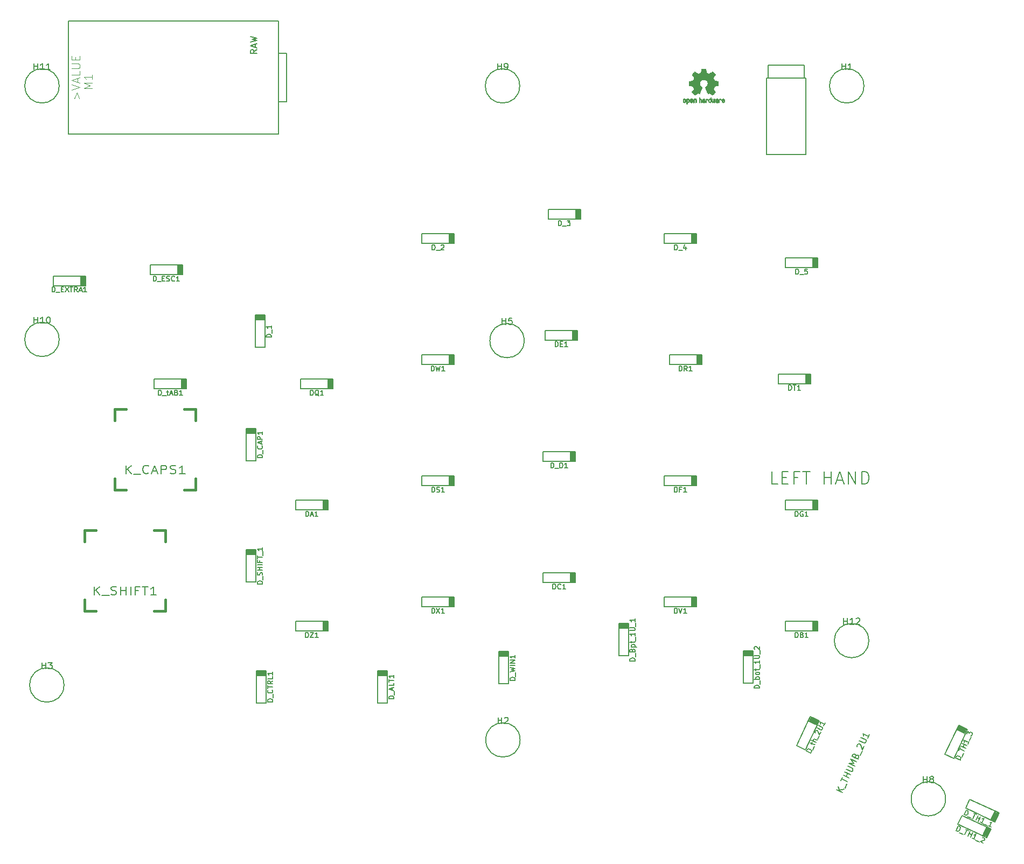
<source format=gbr>
G04 #@! TF.GenerationSoftware,KiCad,Pcbnew,(5.1.5)-3*
G04 #@! TF.CreationDate,2020-01-24T10:20:19+05:30*
G04 #@! TF.ProjectId,ergocape,6572676f-6361-4706-952e-6b696361645f,rev?*
G04 #@! TF.SameCoordinates,Original*
G04 #@! TF.FileFunction,Legend,Top*
G04 #@! TF.FilePolarity,Positive*
%FSLAX46Y46*%
G04 Gerber Fmt 4.6, Leading zero omitted, Abs format (unit mm)*
G04 Created by KiCad (PCBNEW (5.1.5)-3) date 2020-01-24 10:20:19*
%MOMM*%
%LPD*%
G04 APERTURE LIST*
%ADD10C,0.150000*%
%ADD11C,0.010000*%
%ADD12C,0.127000*%
%ADD13C,0.381000*%
%ADD14C,0.101600*%
%ADD15C,0.203200*%
%ADD16C,0.200000*%
G04 APERTURE END LIST*
D10*
X155813952Y-97196161D02*
X154861571Y-97196161D01*
X154861571Y-95196161D01*
X156480619Y-96148542D02*
X157147285Y-96148542D01*
X157433000Y-97196161D02*
X156480619Y-97196161D01*
X156480619Y-95196161D01*
X157433000Y-95196161D01*
X158956809Y-96148542D02*
X158290142Y-96148542D01*
X158290142Y-97196161D02*
X158290142Y-95196161D01*
X159242523Y-95196161D01*
X159718714Y-95196161D02*
X160861571Y-95196161D01*
X160290142Y-97196161D02*
X160290142Y-95196161D01*
X163052047Y-97196161D02*
X163052047Y-95196161D01*
X163052047Y-96148542D02*
X164194904Y-96148542D01*
X164194904Y-97196161D02*
X164194904Y-95196161D01*
X165052047Y-96624733D02*
X166004428Y-96624733D01*
X164861571Y-97196161D02*
X165528238Y-95196161D01*
X166194904Y-97196161D01*
X166861571Y-97196161D02*
X166861571Y-95196161D01*
X168004428Y-97196161D01*
X168004428Y-95196161D01*
X168956809Y-97196161D02*
X168956809Y-95196161D01*
X169433000Y-95196161D01*
X169718714Y-95291400D01*
X169909190Y-95481876D01*
X170004428Y-95672352D01*
X170099666Y-96053304D01*
X170099666Y-96339019D01*
X170004428Y-96719971D01*
X169909190Y-96910447D01*
X169718714Y-97100923D01*
X169433000Y-97196161D01*
X168956809Y-97196161D01*
X42826077Y-74447400D02*
G75*
G03X42826077Y-74447400I-2694077J0D01*
G01*
X115216077Y-34569400D02*
G75*
G03X115216077Y-34569400I-2694077J0D01*
G01*
X169318077Y-34569400D02*
G75*
G03X169318077Y-34569400I-2694077J0D01*
G01*
X115280077Y-137439000D02*
G75*
G03X115280077Y-137439000I-2694077J0D01*
G01*
X43588077Y-128803000D02*
G75*
G03X43588077Y-128803000I-2694077J0D01*
G01*
X115914077Y-74637900D02*
G75*
G03X115914077Y-74637900I-2694077J0D01*
G01*
X182145077Y-146710000D02*
G75*
G03X182145077Y-146710000I-2694077J0D01*
G01*
X42826077Y-34569400D02*
G75*
G03X42826077Y-34569400I-2694077J0D01*
G01*
X170080077Y-121818000D02*
G75*
G03X170080077Y-121818000I-2694077J0D01*
G01*
D11*
G36*
X144223510Y-31887948D02*
G01*
X144302054Y-31888378D01*
X144358898Y-31889542D01*
X144397705Y-31891807D01*
X144422138Y-31895540D01*
X144435862Y-31901106D01*
X144442540Y-31908873D01*
X144445836Y-31919205D01*
X144446156Y-31920543D01*
X144451162Y-31944679D01*
X144460429Y-31992301D01*
X144472992Y-32058341D01*
X144487887Y-32137728D01*
X144504151Y-32225396D01*
X144504719Y-32228475D01*
X144521010Y-32314389D01*
X144536252Y-32390296D01*
X144549461Y-32451645D01*
X144559654Y-32493882D01*
X144565848Y-32512455D01*
X144566143Y-32512784D01*
X144584388Y-32521853D01*
X144622005Y-32536967D01*
X144670871Y-32554862D01*
X144671143Y-32554958D01*
X144732693Y-32578093D01*
X144805257Y-32607565D01*
X144873657Y-32637197D01*
X144876894Y-32638662D01*
X144988302Y-32689226D01*
X145234999Y-32520760D01*
X145310677Y-32469403D01*
X145379231Y-32423489D01*
X145436688Y-32385630D01*
X145479076Y-32358437D01*
X145502425Y-32344521D01*
X145504642Y-32343489D01*
X145521610Y-32348084D01*
X145553301Y-32370255D01*
X145600952Y-32411047D01*
X145665798Y-32471505D01*
X145731997Y-32535827D01*
X145795814Y-32599212D01*
X145852929Y-32657051D01*
X145899905Y-32705775D01*
X145933303Y-32741810D01*
X145949685Y-32761584D01*
X145950294Y-32762602D01*
X145952105Y-32776172D01*
X145945283Y-32798333D01*
X145928140Y-32832078D01*
X145898993Y-32880400D01*
X145856155Y-32946292D01*
X145799048Y-33031117D01*
X145748366Y-33105777D01*
X145703061Y-33172740D01*
X145665750Y-33228116D01*
X145639052Y-33268020D01*
X145625585Y-33288562D01*
X145624737Y-33289956D01*
X145626381Y-33309638D01*
X145638845Y-33347893D01*
X145659648Y-33397489D01*
X145667062Y-33413328D01*
X145699414Y-33483890D01*
X145733928Y-33563953D01*
X145761965Y-33633229D01*
X145782168Y-33684645D01*
X145798215Y-33723719D01*
X145807488Y-33744141D01*
X145808641Y-33745714D01*
X145825696Y-33748321D01*
X145865898Y-33755463D01*
X145923902Y-33766123D01*
X145994363Y-33779285D01*
X146071935Y-33793933D01*
X146151272Y-33809049D01*
X146227031Y-33823618D01*
X146293864Y-33836622D01*
X146346428Y-33847045D01*
X146379376Y-33853870D01*
X146387457Y-33855799D01*
X146395805Y-33860562D01*
X146402106Y-33871318D01*
X146406645Y-33891698D01*
X146409704Y-33925334D01*
X146411567Y-33975855D01*
X146412518Y-34046892D01*
X146412840Y-34142076D01*
X146412857Y-34181092D01*
X146412857Y-34498399D01*
X146336657Y-34513439D01*
X146294263Y-34521595D01*
X146231000Y-34533499D01*
X146154562Y-34547716D01*
X146072643Y-34562810D01*
X146050000Y-34566955D01*
X145974406Y-34581653D01*
X145908553Y-34596105D01*
X145857966Y-34608975D01*
X145828174Y-34618922D01*
X145823212Y-34621887D01*
X145811026Y-34642883D01*
X145793553Y-34683567D01*
X145774177Y-34735922D01*
X145770334Y-34747200D01*
X145744939Y-34817123D01*
X145713417Y-34896018D01*
X145682569Y-34966866D01*
X145682417Y-34967195D01*
X145631047Y-35078333D01*
X145799999Y-35326853D01*
X145968952Y-35575372D01*
X145752029Y-35792658D01*
X145686419Y-35857326D01*
X145626579Y-35914333D01*
X145575867Y-35960633D01*
X145537646Y-35993184D01*
X145515275Y-36008943D01*
X145512066Y-36009943D01*
X145493226Y-36002069D01*
X145454780Y-35980178D01*
X145400930Y-35946867D01*
X145335876Y-35904731D01*
X145265540Y-35857543D01*
X145194155Y-35809410D01*
X145130508Y-35767528D01*
X145078641Y-35734471D01*
X145042595Y-35712818D01*
X145026467Y-35705143D01*
X145006789Y-35711637D01*
X144969475Y-35728750D01*
X144922221Y-35752926D01*
X144917212Y-35755613D01*
X144853577Y-35787527D01*
X144809941Y-35803179D01*
X144782802Y-35803345D01*
X144768657Y-35788804D01*
X144768575Y-35788600D01*
X144761505Y-35771379D01*
X144744642Y-35730499D01*
X144719295Y-35669125D01*
X144686771Y-35590419D01*
X144648378Y-35497547D01*
X144605422Y-35393672D01*
X144563822Y-35293102D01*
X144518104Y-35182116D01*
X144476126Y-35079303D01*
X144439148Y-34987815D01*
X144408427Y-34910801D01*
X144385222Y-34851415D01*
X144370790Y-34812809D01*
X144366343Y-34798400D01*
X144377496Y-34781872D01*
X144406669Y-34755530D01*
X144445571Y-34726487D01*
X144556357Y-34634639D01*
X144642951Y-34529359D01*
X144704316Y-34412866D01*
X144739415Y-34287376D01*
X144747208Y-34155107D01*
X144741543Y-34094057D01*
X144710678Y-33967395D01*
X144657520Y-33855541D01*
X144585367Y-33759601D01*
X144497517Y-33680676D01*
X144397265Y-33619870D01*
X144287910Y-33578287D01*
X144172747Y-33557028D01*
X144055075Y-33557199D01*
X143938190Y-33579901D01*
X143825389Y-33626238D01*
X143719969Y-33697313D01*
X143675968Y-33737511D01*
X143591579Y-33840729D01*
X143532822Y-33953525D01*
X143499304Y-34072610D01*
X143490635Y-34194695D01*
X143506423Y-34316493D01*
X143546278Y-34434716D01*
X143609807Y-34546075D01*
X143696621Y-34647284D01*
X143793629Y-34726487D01*
X143834037Y-34756762D01*
X143862582Y-34782819D01*
X143872857Y-34798425D01*
X143867477Y-34815443D01*
X143852175Y-34856100D01*
X143828212Y-34917242D01*
X143796844Y-34995719D01*
X143759332Y-35088380D01*
X143716933Y-35192072D01*
X143675263Y-35293126D01*
X143629290Y-35404207D01*
X143586707Y-35507141D01*
X143548821Y-35598765D01*
X143516940Y-35675916D01*
X143492371Y-35735431D01*
X143476420Y-35774144D01*
X143470510Y-35788600D01*
X143456548Y-35803285D01*
X143429540Y-35803242D01*
X143386013Y-35787699D01*
X143322490Y-35755884D01*
X143321988Y-35755613D01*
X143274160Y-35730923D01*
X143235497Y-35712938D01*
X143213695Y-35705214D01*
X143212733Y-35705143D01*
X143196321Y-35712978D01*
X143160087Y-35734765D01*
X143108074Y-35767928D01*
X143044325Y-35809891D01*
X142973660Y-35857543D01*
X142901716Y-35905791D01*
X142836874Y-35947751D01*
X142783335Y-35980827D01*
X142745297Y-36002421D01*
X142727133Y-36009943D01*
X142710408Y-36000057D01*
X142676780Y-35972426D01*
X142629610Y-35930095D01*
X142572258Y-35876105D01*
X142508084Y-35813499D01*
X142487097Y-35792583D01*
X142270099Y-35575223D01*
X142435268Y-35332820D01*
X142485464Y-35258381D01*
X142529519Y-35191572D01*
X142564962Y-35136265D01*
X142589319Y-35096329D01*
X142600122Y-35075636D01*
X142600438Y-35074163D01*
X142594743Y-35054658D01*
X142579426Y-35015422D01*
X142557137Y-34963030D01*
X142541493Y-34927955D01*
X142512241Y-34860801D01*
X142484694Y-34792958D01*
X142463337Y-34735634D01*
X142457535Y-34718172D01*
X142441052Y-34671538D01*
X142424940Y-34635505D01*
X142416090Y-34621887D01*
X142396560Y-34613552D01*
X142353934Y-34601737D01*
X142293745Y-34587781D01*
X142221522Y-34573022D01*
X142189200Y-34566955D01*
X142107122Y-34551873D01*
X142028395Y-34537269D01*
X141960709Y-34524580D01*
X141911760Y-34515242D01*
X141902543Y-34513439D01*
X141826343Y-34498399D01*
X141826343Y-34181092D01*
X141826514Y-34076754D01*
X141827216Y-33997813D01*
X141828734Y-33940638D01*
X141831349Y-33901599D01*
X141835346Y-33877065D01*
X141841009Y-33863405D01*
X141848620Y-33856989D01*
X141851743Y-33855799D01*
X141870578Y-33851580D01*
X141912188Y-33843162D01*
X141971230Y-33831561D01*
X142042357Y-33817795D01*
X142120225Y-33802880D01*
X142199487Y-33787832D01*
X142274798Y-33773669D01*
X142340813Y-33761406D01*
X142392187Y-33752061D01*
X142423575Y-33746650D01*
X142430559Y-33745714D01*
X142436885Y-33733196D01*
X142450890Y-33699846D01*
X142469955Y-33651977D01*
X142477234Y-33633229D01*
X142506596Y-33560795D01*
X142541171Y-33480770D01*
X142572137Y-33413328D01*
X142594923Y-33361759D01*
X142610082Y-33319385D01*
X142615142Y-33293434D01*
X142614336Y-33289956D01*
X142603641Y-33273536D01*
X142579220Y-33237017D01*
X142543695Y-33184287D01*
X142499687Y-33119235D01*
X142449817Y-33045751D01*
X142439956Y-33031245D01*
X142382092Y-32945304D01*
X142339556Y-32879861D01*
X142310654Y-32831904D01*
X142293690Y-32798420D01*
X142286967Y-32776395D01*
X142288790Y-32762817D01*
X142288836Y-32762731D01*
X142303186Y-32744897D01*
X142334923Y-32710417D01*
X142380610Y-32662868D01*
X142436804Y-32605822D01*
X142500068Y-32542855D01*
X142507202Y-32535827D01*
X142586930Y-32458620D01*
X142648457Y-32401930D01*
X142693021Y-32364710D01*
X142721857Y-32345915D01*
X142734558Y-32343489D01*
X142753094Y-32354071D01*
X142791561Y-32378516D01*
X142845986Y-32414212D01*
X142912398Y-32458547D01*
X142986825Y-32508911D01*
X143004201Y-32520760D01*
X143250897Y-32689226D01*
X143362306Y-32638662D01*
X143430057Y-32609195D01*
X143502783Y-32579559D01*
X143565303Y-32555930D01*
X143568057Y-32554958D01*
X143616960Y-32537057D01*
X143654657Y-32521920D01*
X143673025Y-32512810D01*
X143673056Y-32512784D01*
X143678885Y-32496317D01*
X143688792Y-32455819D01*
X143701795Y-32395842D01*
X143716909Y-32320940D01*
X143733152Y-32235664D01*
X143734481Y-32228475D01*
X143750775Y-32140614D01*
X143765733Y-32060860D01*
X143778391Y-31994281D01*
X143787786Y-31945947D01*
X143792954Y-31920925D01*
X143793044Y-31920543D01*
X143796189Y-31909899D01*
X143802304Y-31901862D01*
X143815053Y-31896067D01*
X143838100Y-31892147D01*
X143875109Y-31889735D01*
X143929744Y-31888465D01*
X144005667Y-31887971D01*
X144106544Y-31887886D01*
X144119600Y-31887886D01*
X144223510Y-31887948D01*
G37*
X144223510Y-31887948D02*
X144302054Y-31888378D01*
X144358898Y-31889542D01*
X144397705Y-31891807D01*
X144422138Y-31895540D01*
X144435862Y-31901106D01*
X144442540Y-31908873D01*
X144445836Y-31919205D01*
X144446156Y-31920543D01*
X144451162Y-31944679D01*
X144460429Y-31992301D01*
X144472992Y-32058341D01*
X144487887Y-32137728D01*
X144504151Y-32225396D01*
X144504719Y-32228475D01*
X144521010Y-32314389D01*
X144536252Y-32390296D01*
X144549461Y-32451645D01*
X144559654Y-32493882D01*
X144565848Y-32512455D01*
X144566143Y-32512784D01*
X144584388Y-32521853D01*
X144622005Y-32536967D01*
X144670871Y-32554862D01*
X144671143Y-32554958D01*
X144732693Y-32578093D01*
X144805257Y-32607565D01*
X144873657Y-32637197D01*
X144876894Y-32638662D01*
X144988302Y-32689226D01*
X145234999Y-32520760D01*
X145310677Y-32469403D01*
X145379231Y-32423489D01*
X145436688Y-32385630D01*
X145479076Y-32358437D01*
X145502425Y-32344521D01*
X145504642Y-32343489D01*
X145521610Y-32348084D01*
X145553301Y-32370255D01*
X145600952Y-32411047D01*
X145665798Y-32471505D01*
X145731997Y-32535827D01*
X145795814Y-32599212D01*
X145852929Y-32657051D01*
X145899905Y-32705775D01*
X145933303Y-32741810D01*
X145949685Y-32761584D01*
X145950294Y-32762602D01*
X145952105Y-32776172D01*
X145945283Y-32798333D01*
X145928140Y-32832078D01*
X145898993Y-32880400D01*
X145856155Y-32946292D01*
X145799048Y-33031117D01*
X145748366Y-33105777D01*
X145703061Y-33172740D01*
X145665750Y-33228116D01*
X145639052Y-33268020D01*
X145625585Y-33288562D01*
X145624737Y-33289956D01*
X145626381Y-33309638D01*
X145638845Y-33347893D01*
X145659648Y-33397489D01*
X145667062Y-33413328D01*
X145699414Y-33483890D01*
X145733928Y-33563953D01*
X145761965Y-33633229D01*
X145782168Y-33684645D01*
X145798215Y-33723719D01*
X145807488Y-33744141D01*
X145808641Y-33745714D01*
X145825696Y-33748321D01*
X145865898Y-33755463D01*
X145923902Y-33766123D01*
X145994363Y-33779285D01*
X146071935Y-33793933D01*
X146151272Y-33809049D01*
X146227031Y-33823618D01*
X146293864Y-33836622D01*
X146346428Y-33847045D01*
X146379376Y-33853870D01*
X146387457Y-33855799D01*
X146395805Y-33860562D01*
X146402106Y-33871318D01*
X146406645Y-33891698D01*
X146409704Y-33925334D01*
X146411567Y-33975855D01*
X146412518Y-34046892D01*
X146412840Y-34142076D01*
X146412857Y-34181092D01*
X146412857Y-34498399D01*
X146336657Y-34513439D01*
X146294263Y-34521595D01*
X146231000Y-34533499D01*
X146154562Y-34547716D01*
X146072643Y-34562810D01*
X146050000Y-34566955D01*
X145974406Y-34581653D01*
X145908553Y-34596105D01*
X145857966Y-34608975D01*
X145828174Y-34618922D01*
X145823212Y-34621887D01*
X145811026Y-34642883D01*
X145793553Y-34683567D01*
X145774177Y-34735922D01*
X145770334Y-34747200D01*
X145744939Y-34817123D01*
X145713417Y-34896018D01*
X145682569Y-34966866D01*
X145682417Y-34967195D01*
X145631047Y-35078333D01*
X145799999Y-35326853D01*
X145968952Y-35575372D01*
X145752029Y-35792658D01*
X145686419Y-35857326D01*
X145626579Y-35914333D01*
X145575867Y-35960633D01*
X145537646Y-35993184D01*
X145515275Y-36008943D01*
X145512066Y-36009943D01*
X145493226Y-36002069D01*
X145454780Y-35980178D01*
X145400930Y-35946867D01*
X145335876Y-35904731D01*
X145265540Y-35857543D01*
X145194155Y-35809410D01*
X145130508Y-35767528D01*
X145078641Y-35734471D01*
X145042595Y-35712818D01*
X145026467Y-35705143D01*
X145006789Y-35711637D01*
X144969475Y-35728750D01*
X144922221Y-35752926D01*
X144917212Y-35755613D01*
X144853577Y-35787527D01*
X144809941Y-35803179D01*
X144782802Y-35803345D01*
X144768657Y-35788804D01*
X144768575Y-35788600D01*
X144761505Y-35771379D01*
X144744642Y-35730499D01*
X144719295Y-35669125D01*
X144686771Y-35590419D01*
X144648378Y-35497547D01*
X144605422Y-35393672D01*
X144563822Y-35293102D01*
X144518104Y-35182116D01*
X144476126Y-35079303D01*
X144439148Y-34987815D01*
X144408427Y-34910801D01*
X144385222Y-34851415D01*
X144370790Y-34812809D01*
X144366343Y-34798400D01*
X144377496Y-34781872D01*
X144406669Y-34755530D01*
X144445571Y-34726487D01*
X144556357Y-34634639D01*
X144642951Y-34529359D01*
X144704316Y-34412866D01*
X144739415Y-34287376D01*
X144747208Y-34155107D01*
X144741543Y-34094057D01*
X144710678Y-33967395D01*
X144657520Y-33855541D01*
X144585367Y-33759601D01*
X144497517Y-33680676D01*
X144397265Y-33619870D01*
X144287910Y-33578287D01*
X144172747Y-33557028D01*
X144055075Y-33557199D01*
X143938190Y-33579901D01*
X143825389Y-33626238D01*
X143719969Y-33697313D01*
X143675968Y-33737511D01*
X143591579Y-33840729D01*
X143532822Y-33953525D01*
X143499304Y-34072610D01*
X143490635Y-34194695D01*
X143506423Y-34316493D01*
X143546278Y-34434716D01*
X143609807Y-34546075D01*
X143696621Y-34647284D01*
X143793629Y-34726487D01*
X143834037Y-34756762D01*
X143862582Y-34782819D01*
X143872857Y-34798425D01*
X143867477Y-34815443D01*
X143852175Y-34856100D01*
X143828212Y-34917242D01*
X143796844Y-34995719D01*
X143759332Y-35088380D01*
X143716933Y-35192072D01*
X143675263Y-35293126D01*
X143629290Y-35404207D01*
X143586707Y-35507141D01*
X143548821Y-35598765D01*
X143516940Y-35675916D01*
X143492371Y-35735431D01*
X143476420Y-35774144D01*
X143470510Y-35788600D01*
X143456548Y-35803285D01*
X143429540Y-35803242D01*
X143386013Y-35787699D01*
X143322490Y-35755884D01*
X143321988Y-35755613D01*
X143274160Y-35730923D01*
X143235497Y-35712938D01*
X143213695Y-35705214D01*
X143212733Y-35705143D01*
X143196321Y-35712978D01*
X143160087Y-35734765D01*
X143108074Y-35767928D01*
X143044325Y-35809891D01*
X142973660Y-35857543D01*
X142901716Y-35905791D01*
X142836874Y-35947751D01*
X142783335Y-35980827D01*
X142745297Y-36002421D01*
X142727133Y-36009943D01*
X142710408Y-36000057D01*
X142676780Y-35972426D01*
X142629610Y-35930095D01*
X142572258Y-35876105D01*
X142508084Y-35813499D01*
X142487097Y-35792583D01*
X142270099Y-35575223D01*
X142435268Y-35332820D01*
X142485464Y-35258381D01*
X142529519Y-35191572D01*
X142564962Y-35136265D01*
X142589319Y-35096329D01*
X142600122Y-35075636D01*
X142600438Y-35074163D01*
X142594743Y-35054658D01*
X142579426Y-35015422D01*
X142557137Y-34963030D01*
X142541493Y-34927955D01*
X142512241Y-34860801D01*
X142484694Y-34792958D01*
X142463337Y-34735634D01*
X142457535Y-34718172D01*
X142441052Y-34671538D01*
X142424940Y-34635505D01*
X142416090Y-34621887D01*
X142396560Y-34613552D01*
X142353934Y-34601737D01*
X142293745Y-34587781D01*
X142221522Y-34573022D01*
X142189200Y-34566955D01*
X142107122Y-34551873D01*
X142028395Y-34537269D01*
X141960709Y-34524580D01*
X141911760Y-34515242D01*
X141902543Y-34513439D01*
X141826343Y-34498399D01*
X141826343Y-34181092D01*
X141826514Y-34076754D01*
X141827216Y-33997813D01*
X141828734Y-33940638D01*
X141831349Y-33901599D01*
X141835346Y-33877065D01*
X141841009Y-33863405D01*
X141848620Y-33856989D01*
X141851743Y-33855799D01*
X141870578Y-33851580D01*
X141912188Y-33843162D01*
X141971230Y-33831561D01*
X142042357Y-33817795D01*
X142120225Y-33802880D01*
X142199487Y-33787832D01*
X142274798Y-33773669D01*
X142340813Y-33761406D01*
X142392187Y-33752061D01*
X142423575Y-33746650D01*
X142430559Y-33745714D01*
X142436885Y-33733196D01*
X142450890Y-33699846D01*
X142469955Y-33651977D01*
X142477234Y-33633229D01*
X142506596Y-33560795D01*
X142541171Y-33480770D01*
X142572137Y-33413328D01*
X142594923Y-33361759D01*
X142610082Y-33319385D01*
X142615142Y-33293434D01*
X142614336Y-33289956D01*
X142603641Y-33273536D01*
X142579220Y-33237017D01*
X142543695Y-33184287D01*
X142499687Y-33119235D01*
X142449817Y-33045751D01*
X142439956Y-33031245D01*
X142382092Y-32945304D01*
X142339556Y-32879861D01*
X142310654Y-32831904D01*
X142293690Y-32798420D01*
X142286967Y-32776395D01*
X142288790Y-32762817D01*
X142288836Y-32762731D01*
X142303186Y-32744897D01*
X142334923Y-32710417D01*
X142380610Y-32662868D01*
X142436804Y-32605822D01*
X142500068Y-32542855D01*
X142507202Y-32535827D01*
X142586930Y-32458620D01*
X142648457Y-32401930D01*
X142693021Y-32364710D01*
X142721857Y-32345915D01*
X142734558Y-32343489D01*
X142753094Y-32354071D01*
X142791561Y-32378516D01*
X142845986Y-32414212D01*
X142912398Y-32458547D01*
X142986825Y-32508911D01*
X143004201Y-32520760D01*
X143250897Y-32689226D01*
X143362306Y-32638662D01*
X143430057Y-32609195D01*
X143502783Y-32579559D01*
X143565303Y-32555930D01*
X143568057Y-32554958D01*
X143616960Y-32537057D01*
X143654657Y-32521920D01*
X143673025Y-32512810D01*
X143673056Y-32512784D01*
X143678885Y-32496317D01*
X143688792Y-32455819D01*
X143701795Y-32395842D01*
X143716909Y-32320940D01*
X143733152Y-32235664D01*
X143734481Y-32228475D01*
X143750775Y-32140614D01*
X143765733Y-32060860D01*
X143778391Y-31994281D01*
X143787786Y-31945947D01*
X143792954Y-31920925D01*
X143793044Y-31920543D01*
X143796189Y-31909899D01*
X143802304Y-31901862D01*
X143815053Y-31896067D01*
X143838100Y-31892147D01*
X143875109Y-31889735D01*
X143929744Y-31888465D01*
X144005667Y-31887971D01*
X144106544Y-31887886D01*
X144119600Y-31887886D01*
X144223510Y-31887948D01*
G36*
X147273195Y-36612566D02*
G01*
X147330621Y-36650097D01*
X147358319Y-36683696D01*
X147380262Y-36744664D01*
X147382005Y-36792908D01*
X147378057Y-36857416D01*
X147229286Y-36922534D01*
X147156949Y-36955802D01*
X147109684Y-36982564D01*
X147085107Y-37005744D01*
X147080837Y-37028267D01*
X147094489Y-37053055D01*
X147109543Y-37069486D01*
X147153346Y-37095835D01*
X147200989Y-37097681D01*
X147244745Y-37077146D01*
X147276889Y-37036352D01*
X147282638Y-37021947D01*
X147310176Y-36976956D01*
X147341858Y-36957782D01*
X147385314Y-36941379D01*
X147385314Y-37003566D01*
X147381472Y-37045883D01*
X147366423Y-37081569D01*
X147334880Y-37122543D01*
X147330192Y-37127867D01*
X147295106Y-37164320D01*
X147264947Y-37183883D01*
X147227215Y-37192883D01*
X147195935Y-37195830D01*
X147139985Y-37196565D01*
X147100155Y-37187260D01*
X147075308Y-37173446D01*
X147036256Y-37143067D01*
X147009225Y-37110213D01*
X146992117Y-37068894D01*
X146982838Y-37013121D01*
X146979293Y-36936905D01*
X146979010Y-36898222D01*
X146979972Y-36851847D01*
X147067607Y-36851847D01*
X147068623Y-36876726D01*
X147071156Y-36880800D01*
X147087874Y-36875265D01*
X147123849Y-36860617D01*
X147171931Y-36839790D01*
X147181986Y-36835314D01*
X147242752Y-36804414D01*
X147276232Y-36777257D01*
X147283590Y-36751820D01*
X147265991Y-36726081D01*
X147251456Y-36714709D01*
X147199010Y-36691964D01*
X147149922Y-36695722D01*
X147108827Y-36723484D01*
X147080358Y-36772752D01*
X147071231Y-36811857D01*
X147067607Y-36851847D01*
X146979972Y-36851847D01*
X146980885Y-36807849D01*
X146987796Y-36740984D01*
X147001484Y-36692295D01*
X147023696Y-36656449D01*
X147056174Y-36628113D01*
X147070333Y-36618955D01*
X147134653Y-36595107D01*
X147205073Y-36593606D01*
X147273195Y-36612566D01*
G37*
X147273195Y-36612566D02*
X147330621Y-36650097D01*
X147358319Y-36683696D01*
X147380262Y-36744664D01*
X147382005Y-36792908D01*
X147378057Y-36857416D01*
X147229286Y-36922534D01*
X147156949Y-36955802D01*
X147109684Y-36982564D01*
X147085107Y-37005744D01*
X147080837Y-37028267D01*
X147094489Y-37053055D01*
X147109543Y-37069486D01*
X147153346Y-37095835D01*
X147200989Y-37097681D01*
X147244745Y-37077146D01*
X147276889Y-37036352D01*
X147282638Y-37021947D01*
X147310176Y-36976956D01*
X147341858Y-36957782D01*
X147385314Y-36941379D01*
X147385314Y-37003566D01*
X147381472Y-37045883D01*
X147366423Y-37081569D01*
X147334880Y-37122543D01*
X147330192Y-37127867D01*
X147295106Y-37164320D01*
X147264947Y-37183883D01*
X147227215Y-37192883D01*
X147195935Y-37195830D01*
X147139985Y-37196565D01*
X147100155Y-37187260D01*
X147075308Y-37173446D01*
X147036256Y-37143067D01*
X147009225Y-37110213D01*
X146992117Y-37068894D01*
X146982838Y-37013121D01*
X146979293Y-36936905D01*
X146979010Y-36898222D01*
X146979972Y-36851847D01*
X147067607Y-36851847D01*
X147068623Y-36876726D01*
X147071156Y-36880800D01*
X147087874Y-36875265D01*
X147123849Y-36860617D01*
X147171931Y-36839790D01*
X147181986Y-36835314D01*
X147242752Y-36804414D01*
X147276232Y-36777257D01*
X147283590Y-36751820D01*
X147265991Y-36726081D01*
X147251456Y-36714709D01*
X147199010Y-36691964D01*
X147149922Y-36695722D01*
X147108827Y-36723484D01*
X147080358Y-36772752D01*
X147071231Y-36811857D01*
X147067607Y-36851847D01*
X146979972Y-36851847D01*
X146980885Y-36807849D01*
X146987796Y-36740984D01*
X147001484Y-36692295D01*
X147023696Y-36656449D01*
X147056174Y-36628113D01*
X147070333Y-36618955D01*
X147134653Y-36595107D01*
X147205073Y-36593606D01*
X147273195Y-36612566D01*
G36*
X146772200Y-36604352D02*
G01*
X146789548Y-36611934D01*
X146830956Y-36644728D01*
X146866365Y-36692147D01*
X146888264Y-36742751D01*
X146891829Y-36767698D01*
X146879879Y-36802527D01*
X146853667Y-36820957D01*
X146825564Y-36832116D01*
X146812695Y-36834172D01*
X146806429Y-36819249D01*
X146794056Y-36786775D01*
X146788628Y-36772102D01*
X146758190Y-36721344D01*
X146714120Y-36696027D01*
X146657610Y-36696806D01*
X146653425Y-36697803D01*
X146623255Y-36712107D01*
X146601076Y-36739993D01*
X146585927Y-36784887D01*
X146576850Y-36850215D01*
X146572886Y-36939404D01*
X146572514Y-36986861D01*
X146572330Y-37061671D01*
X146571122Y-37112669D01*
X146567909Y-37145071D01*
X146561709Y-37164095D01*
X146551540Y-37174956D01*
X146536419Y-37182872D01*
X146535546Y-37183270D01*
X146506428Y-37195581D01*
X146492003Y-37200114D01*
X146489786Y-37186409D01*
X146487889Y-37148525D01*
X146486447Y-37091315D01*
X146485598Y-37019627D01*
X146485429Y-36967165D01*
X146486292Y-36865647D01*
X146489670Y-36788632D01*
X146496742Y-36731623D01*
X146508688Y-36690126D01*
X146526690Y-36659643D01*
X146551927Y-36635680D01*
X146576847Y-36618955D01*
X146636771Y-36596697D01*
X146706511Y-36591676D01*
X146772200Y-36604352D01*
G37*
X146772200Y-36604352D02*
X146789548Y-36611934D01*
X146830956Y-36644728D01*
X146866365Y-36692147D01*
X146888264Y-36742751D01*
X146891829Y-36767698D01*
X146879879Y-36802527D01*
X146853667Y-36820957D01*
X146825564Y-36832116D01*
X146812695Y-36834172D01*
X146806429Y-36819249D01*
X146794056Y-36786775D01*
X146788628Y-36772102D01*
X146758190Y-36721344D01*
X146714120Y-36696027D01*
X146657610Y-36696806D01*
X146653425Y-36697803D01*
X146623255Y-36712107D01*
X146601076Y-36739993D01*
X146585927Y-36784887D01*
X146576850Y-36850215D01*
X146572886Y-36939404D01*
X146572514Y-36986861D01*
X146572330Y-37061671D01*
X146571122Y-37112669D01*
X146567909Y-37145071D01*
X146561709Y-37164095D01*
X146551540Y-37174956D01*
X146536419Y-37182872D01*
X146535546Y-37183270D01*
X146506428Y-37195581D01*
X146492003Y-37200114D01*
X146489786Y-37186409D01*
X146487889Y-37148525D01*
X146486447Y-37091315D01*
X146485598Y-37019627D01*
X146485429Y-36967165D01*
X146486292Y-36865647D01*
X146489670Y-36788632D01*
X146496742Y-36731623D01*
X146508688Y-36690126D01*
X146526690Y-36659643D01*
X146551927Y-36635680D01*
X146576847Y-36618955D01*
X146636771Y-36596697D01*
X146706511Y-36591676D01*
X146772200Y-36604352D01*
G36*
X146264476Y-36601935D02*
G01*
X146306267Y-36620944D01*
X146339069Y-36643978D01*
X146363103Y-36669733D01*
X146379697Y-36702958D01*
X146390177Y-36748400D01*
X146395871Y-36810807D01*
X146398107Y-36894927D01*
X146398343Y-36950321D01*
X146398343Y-37166426D01*
X146361374Y-37183270D01*
X146332256Y-37195581D01*
X146317831Y-37200114D01*
X146315072Y-37186625D01*
X146312882Y-37150253D01*
X146311542Y-37097142D01*
X146311257Y-37054972D01*
X146310034Y-36994047D01*
X146306736Y-36945715D01*
X146301921Y-36916118D01*
X146298096Y-36909829D01*
X146272383Y-36916252D01*
X146232018Y-36932725D01*
X146185279Y-36955058D01*
X146140445Y-36979057D01*
X146105793Y-37000530D01*
X146089602Y-37015285D01*
X146089538Y-37015445D01*
X146090930Y-37042752D01*
X146103418Y-37068819D01*
X146125343Y-37089992D01*
X146157343Y-37097074D01*
X146184692Y-37096249D01*
X146223426Y-37095642D01*
X146243758Y-37104716D01*
X146255969Y-37128692D01*
X146257509Y-37133213D01*
X146262803Y-37167406D01*
X146248647Y-37188168D01*
X146211748Y-37198062D01*
X146171889Y-37199892D01*
X146100162Y-37186327D01*
X146063032Y-37166955D01*
X146017176Y-37121445D01*
X145992856Y-37065583D01*
X145990673Y-37006557D01*
X146011229Y-36951553D01*
X146042149Y-36917086D01*
X146073020Y-36897789D01*
X146121542Y-36873359D01*
X146178085Y-36848585D01*
X146187510Y-36844799D01*
X146249619Y-36817391D01*
X146285422Y-36793234D01*
X146296937Y-36769219D01*
X146286180Y-36742235D01*
X146267714Y-36721143D01*
X146224069Y-36695172D01*
X146176046Y-36693224D01*
X146132006Y-36713237D01*
X146100309Y-36753151D01*
X146096149Y-36763448D01*
X146071927Y-36801324D01*
X146036565Y-36829442D01*
X145991943Y-36852517D01*
X145991943Y-36787085D01*
X145994569Y-36747106D01*
X146005830Y-36715597D01*
X146030799Y-36681978D01*
X146054769Y-36656084D01*
X146092041Y-36619417D01*
X146121001Y-36599721D01*
X146152105Y-36591820D01*
X146187313Y-36590514D01*
X146264476Y-36601935D01*
G37*
X146264476Y-36601935D02*
X146306267Y-36620944D01*
X146339069Y-36643978D01*
X146363103Y-36669733D01*
X146379697Y-36702958D01*
X146390177Y-36748400D01*
X146395871Y-36810807D01*
X146398107Y-36894927D01*
X146398343Y-36950321D01*
X146398343Y-37166426D01*
X146361374Y-37183270D01*
X146332256Y-37195581D01*
X146317831Y-37200114D01*
X146315072Y-37186625D01*
X146312882Y-37150253D01*
X146311542Y-37097142D01*
X146311257Y-37054972D01*
X146310034Y-36994047D01*
X146306736Y-36945715D01*
X146301921Y-36916118D01*
X146298096Y-36909829D01*
X146272383Y-36916252D01*
X146232018Y-36932725D01*
X146185279Y-36955058D01*
X146140445Y-36979057D01*
X146105793Y-37000530D01*
X146089602Y-37015285D01*
X146089538Y-37015445D01*
X146090930Y-37042752D01*
X146103418Y-37068819D01*
X146125343Y-37089992D01*
X146157343Y-37097074D01*
X146184692Y-37096249D01*
X146223426Y-37095642D01*
X146243758Y-37104716D01*
X146255969Y-37128692D01*
X146257509Y-37133213D01*
X146262803Y-37167406D01*
X146248647Y-37188168D01*
X146211748Y-37198062D01*
X146171889Y-37199892D01*
X146100162Y-37186327D01*
X146063032Y-37166955D01*
X146017176Y-37121445D01*
X145992856Y-37065583D01*
X145990673Y-37006557D01*
X146011229Y-36951553D01*
X146042149Y-36917086D01*
X146073020Y-36897789D01*
X146121542Y-36873359D01*
X146178085Y-36848585D01*
X146187510Y-36844799D01*
X146249619Y-36817391D01*
X146285422Y-36793234D01*
X146296937Y-36769219D01*
X146286180Y-36742235D01*
X146267714Y-36721143D01*
X146224069Y-36695172D01*
X146176046Y-36693224D01*
X146132006Y-36713237D01*
X146100309Y-36753151D01*
X146096149Y-36763448D01*
X146071927Y-36801324D01*
X146036565Y-36829442D01*
X145991943Y-36852517D01*
X145991943Y-36787085D01*
X145994569Y-36747106D01*
X146005830Y-36715597D01*
X146030799Y-36681978D01*
X146054769Y-36656084D01*
X146092041Y-36619417D01*
X146121001Y-36599721D01*
X146152105Y-36591820D01*
X146187313Y-36590514D01*
X146264476Y-36601935D01*
G36*
X145899433Y-36604263D02*
G01*
X145901648Y-36642450D01*
X145903384Y-36700486D01*
X145904499Y-36773780D01*
X145904857Y-36850655D01*
X145904857Y-37110796D01*
X145858926Y-37156727D01*
X145827275Y-37185029D01*
X145799490Y-37196493D01*
X145761515Y-37195768D01*
X145746440Y-37193921D01*
X145699326Y-37188548D01*
X145660356Y-37185469D01*
X145650857Y-37185185D01*
X145618833Y-37187045D01*
X145573032Y-37191714D01*
X145555274Y-37193921D01*
X145511657Y-37197335D01*
X145482345Y-37189920D01*
X145453280Y-37167027D01*
X145442788Y-37156727D01*
X145396857Y-37110796D01*
X145396857Y-36624202D01*
X145433826Y-36607358D01*
X145465659Y-36594882D01*
X145484283Y-36590514D01*
X145489058Y-36604318D01*
X145493521Y-36642886D01*
X145497375Y-36701956D01*
X145500322Y-36777263D01*
X145501743Y-36840886D01*
X145505714Y-37091257D01*
X145540359Y-37096156D01*
X145571868Y-37092731D01*
X145587308Y-37081641D01*
X145591623Y-37060908D01*
X145595308Y-37016745D01*
X145598069Y-36954746D01*
X145599612Y-36880509D01*
X145599835Y-36842306D01*
X145600057Y-36622383D01*
X145645766Y-36606449D01*
X145678118Y-36595615D01*
X145695715Y-36590562D01*
X145696223Y-36590514D01*
X145697988Y-36604248D01*
X145699929Y-36642330D01*
X145701882Y-36700082D01*
X145703684Y-36772827D01*
X145704943Y-36840886D01*
X145708914Y-37091257D01*
X145796000Y-37091257D01*
X145799996Y-36862840D01*
X145803992Y-36634422D01*
X145846447Y-36612468D01*
X145877792Y-36597393D01*
X145896344Y-36590551D01*
X145896879Y-36590514D01*
X145899433Y-36604263D01*
G37*
X145899433Y-36604263D02*
X145901648Y-36642450D01*
X145903384Y-36700486D01*
X145904499Y-36773780D01*
X145904857Y-36850655D01*
X145904857Y-37110796D01*
X145858926Y-37156727D01*
X145827275Y-37185029D01*
X145799490Y-37196493D01*
X145761515Y-37195768D01*
X145746440Y-37193921D01*
X145699326Y-37188548D01*
X145660356Y-37185469D01*
X145650857Y-37185185D01*
X145618833Y-37187045D01*
X145573032Y-37191714D01*
X145555274Y-37193921D01*
X145511657Y-37197335D01*
X145482345Y-37189920D01*
X145453280Y-37167027D01*
X145442788Y-37156727D01*
X145396857Y-37110796D01*
X145396857Y-36624202D01*
X145433826Y-36607358D01*
X145465659Y-36594882D01*
X145484283Y-36590514D01*
X145489058Y-36604318D01*
X145493521Y-36642886D01*
X145497375Y-36701956D01*
X145500322Y-36777263D01*
X145501743Y-36840886D01*
X145505714Y-37091257D01*
X145540359Y-37096156D01*
X145571868Y-37092731D01*
X145587308Y-37081641D01*
X145591623Y-37060908D01*
X145595308Y-37016745D01*
X145598069Y-36954746D01*
X145599612Y-36880509D01*
X145599835Y-36842306D01*
X145600057Y-36622383D01*
X145645766Y-36606449D01*
X145678118Y-36595615D01*
X145695715Y-36590562D01*
X145696223Y-36590514D01*
X145697988Y-36604248D01*
X145699929Y-36642330D01*
X145701882Y-36700082D01*
X145703684Y-36772827D01*
X145704943Y-36840886D01*
X145708914Y-37091257D01*
X145796000Y-37091257D01*
X145799996Y-36862840D01*
X145803992Y-36634422D01*
X145846447Y-36612468D01*
X145877792Y-36597393D01*
X145896344Y-36590551D01*
X145896879Y-36590514D01*
X145899433Y-36604263D01*
G36*
X145309717Y-36710958D02*
G01*
X145309533Y-36819437D01*
X145308819Y-36902887D01*
X145307275Y-36965304D01*
X145304601Y-37010685D01*
X145300494Y-37043029D01*
X145294655Y-37066333D01*
X145286782Y-37084595D01*
X145280821Y-37095018D01*
X145231455Y-37151545D01*
X145168864Y-37186977D01*
X145099613Y-37199690D01*
X145030268Y-37188063D01*
X144988975Y-37167168D01*
X144945625Y-37131022D01*
X144916081Y-37086876D01*
X144898255Y-37029062D01*
X144890063Y-36951913D01*
X144888902Y-36895314D01*
X144889058Y-36891247D01*
X144990457Y-36891247D01*
X144991076Y-36956150D01*
X144993914Y-36999114D01*
X145000440Y-37027222D01*
X145012123Y-37047553D01*
X145026083Y-37062888D01*
X145072965Y-37092490D01*
X145123301Y-37095019D01*
X145170876Y-37070305D01*
X145174579Y-37066956D01*
X145190383Y-37049535D01*
X145200293Y-37028809D01*
X145205658Y-36997962D01*
X145207828Y-36950177D01*
X145208171Y-36897348D01*
X145207427Y-36830981D01*
X145204348Y-36786706D01*
X145197661Y-36757609D01*
X145186096Y-36736773D01*
X145176613Y-36725707D01*
X145132560Y-36697798D01*
X145081824Y-36694443D01*
X145033396Y-36715759D01*
X145024050Y-36723673D01*
X145008140Y-36741247D01*
X144998210Y-36762187D01*
X144992878Y-36793382D01*
X144990763Y-36841722D01*
X144990457Y-36891247D01*
X144889058Y-36891247D01*
X144892410Y-36804168D01*
X144904326Y-36735686D01*
X144926735Y-36684200D01*
X144961724Y-36644043D01*
X144988975Y-36623461D01*
X145038507Y-36601225D01*
X145095916Y-36590904D01*
X145149282Y-36593667D01*
X145179143Y-36604812D01*
X145190861Y-36607983D01*
X145198637Y-36596157D01*
X145204065Y-36564466D01*
X145208171Y-36516193D01*
X145212667Y-36462429D01*
X145218913Y-36430082D01*
X145230276Y-36411585D01*
X145250128Y-36399370D01*
X145262600Y-36393962D01*
X145309771Y-36374201D01*
X145309717Y-36710958D01*
G37*
X145309717Y-36710958D02*
X145309533Y-36819437D01*
X145308819Y-36902887D01*
X145307275Y-36965304D01*
X145304601Y-37010685D01*
X145300494Y-37043029D01*
X145294655Y-37066333D01*
X145286782Y-37084595D01*
X145280821Y-37095018D01*
X145231455Y-37151545D01*
X145168864Y-37186977D01*
X145099613Y-37199690D01*
X145030268Y-37188063D01*
X144988975Y-37167168D01*
X144945625Y-37131022D01*
X144916081Y-37086876D01*
X144898255Y-37029062D01*
X144890063Y-36951913D01*
X144888902Y-36895314D01*
X144889058Y-36891247D01*
X144990457Y-36891247D01*
X144991076Y-36956150D01*
X144993914Y-36999114D01*
X145000440Y-37027222D01*
X145012123Y-37047553D01*
X145026083Y-37062888D01*
X145072965Y-37092490D01*
X145123301Y-37095019D01*
X145170876Y-37070305D01*
X145174579Y-37066956D01*
X145190383Y-37049535D01*
X145200293Y-37028809D01*
X145205658Y-36997962D01*
X145207828Y-36950177D01*
X145208171Y-36897348D01*
X145207427Y-36830981D01*
X145204348Y-36786706D01*
X145197661Y-36757609D01*
X145186096Y-36736773D01*
X145176613Y-36725707D01*
X145132560Y-36697798D01*
X145081824Y-36694443D01*
X145033396Y-36715759D01*
X145024050Y-36723673D01*
X145008140Y-36741247D01*
X144998210Y-36762187D01*
X144992878Y-36793382D01*
X144990763Y-36841722D01*
X144990457Y-36891247D01*
X144889058Y-36891247D01*
X144892410Y-36804168D01*
X144904326Y-36735686D01*
X144926735Y-36684200D01*
X144961724Y-36644043D01*
X144988975Y-36623461D01*
X145038507Y-36601225D01*
X145095916Y-36590904D01*
X145149282Y-36593667D01*
X145179143Y-36604812D01*
X145190861Y-36607983D01*
X145198637Y-36596157D01*
X145204065Y-36564466D01*
X145208171Y-36516193D01*
X145212667Y-36462429D01*
X145218913Y-36430082D01*
X145230276Y-36411585D01*
X145250128Y-36399370D01*
X145262600Y-36393962D01*
X145309771Y-36374201D01*
X145309717Y-36710958D01*
G36*
X144649526Y-36595355D02*
G01*
X144715458Y-36619684D01*
X144768873Y-36662717D01*
X144789764Y-36693009D01*
X144812539Y-36748594D01*
X144812066Y-36788786D01*
X144788162Y-36815817D01*
X144779317Y-36820413D01*
X144741130Y-36834744D01*
X144721628Y-36831072D01*
X144715022Y-36807007D01*
X144714686Y-36793714D01*
X144702592Y-36744810D01*
X144671071Y-36710599D01*
X144627259Y-36694076D01*
X144578295Y-36698234D01*
X144538494Y-36719827D01*
X144525050Y-36732144D01*
X144515521Y-36747087D01*
X144509085Y-36769675D01*
X144504917Y-36804928D01*
X144502197Y-36857866D01*
X144500102Y-36933507D01*
X144499560Y-36957457D01*
X144497581Y-37039390D01*
X144495331Y-37097055D01*
X144491957Y-37135208D01*
X144486606Y-37158604D01*
X144478424Y-37171998D01*
X144466559Y-37180145D01*
X144458962Y-37183744D01*
X144426702Y-37196052D01*
X144407711Y-37200114D01*
X144401436Y-37186548D01*
X144397606Y-37145534D01*
X144396200Y-37076599D01*
X144397198Y-36979269D01*
X144397508Y-36964257D01*
X144399701Y-36875459D01*
X144402293Y-36810619D01*
X144405982Y-36764667D01*
X144411464Y-36732535D01*
X144419435Y-36709153D01*
X144430593Y-36689452D01*
X144436430Y-36681010D01*
X144469896Y-36643657D01*
X144507327Y-36614603D01*
X144511909Y-36612067D01*
X144579026Y-36592043D01*
X144649526Y-36595355D01*
G37*
X144649526Y-36595355D02*
X144715458Y-36619684D01*
X144768873Y-36662717D01*
X144789764Y-36693009D01*
X144812539Y-36748594D01*
X144812066Y-36788786D01*
X144788162Y-36815817D01*
X144779317Y-36820413D01*
X144741130Y-36834744D01*
X144721628Y-36831072D01*
X144715022Y-36807007D01*
X144714686Y-36793714D01*
X144702592Y-36744810D01*
X144671071Y-36710599D01*
X144627259Y-36694076D01*
X144578295Y-36698234D01*
X144538494Y-36719827D01*
X144525050Y-36732144D01*
X144515521Y-36747087D01*
X144509085Y-36769675D01*
X144504917Y-36804928D01*
X144502197Y-36857866D01*
X144500102Y-36933507D01*
X144499560Y-36957457D01*
X144497581Y-37039390D01*
X144495331Y-37097055D01*
X144491957Y-37135208D01*
X144486606Y-37158604D01*
X144478424Y-37171998D01*
X144466559Y-37180145D01*
X144458962Y-37183744D01*
X144426702Y-37196052D01*
X144407711Y-37200114D01*
X144401436Y-37186548D01*
X144397606Y-37145534D01*
X144396200Y-37076599D01*
X144397198Y-36979269D01*
X144397508Y-36964257D01*
X144399701Y-36875459D01*
X144402293Y-36810619D01*
X144405982Y-36764667D01*
X144411464Y-36732535D01*
X144419435Y-36709153D01*
X144430593Y-36689452D01*
X144436430Y-36681010D01*
X144469896Y-36643657D01*
X144507327Y-36614603D01*
X144511909Y-36612067D01*
X144579026Y-36592043D01*
X144649526Y-36595355D01*
G36*
X144159344Y-36596568D02*
G01*
X144216216Y-36617687D01*
X144216867Y-36618093D01*
X144252040Y-36643980D01*
X144278007Y-36674233D01*
X144296270Y-36713658D01*
X144308332Y-36767062D01*
X144315696Y-36839251D01*
X144319864Y-36935032D01*
X144320229Y-36948678D01*
X144325476Y-37154442D01*
X144281316Y-37177278D01*
X144249363Y-37192710D01*
X144230070Y-37200023D01*
X144229178Y-37200114D01*
X144225839Y-37186622D01*
X144223187Y-37150226D01*
X144221556Y-37097052D01*
X144221200Y-37053993D01*
X144221192Y-36984241D01*
X144218003Y-36940437D01*
X144206888Y-36919544D01*
X144183101Y-36918525D01*
X144141896Y-36934341D01*
X144079686Y-36963415D01*
X144033941Y-36987563D01*
X144010413Y-37008513D01*
X144003496Y-37031347D01*
X144003486Y-37032477D01*
X144014899Y-37071812D01*
X144048692Y-37093062D01*
X144100409Y-37096139D01*
X144137661Y-37095606D01*
X144157303Y-37106335D01*
X144169552Y-37132105D01*
X144176602Y-37164937D01*
X144166442Y-37183566D01*
X144162617Y-37186232D01*
X144126601Y-37196940D01*
X144076166Y-37198456D01*
X144024226Y-37191359D01*
X143987422Y-37178388D01*
X143936538Y-37135185D01*
X143907614Y-37075046D01*
X143901886Y-37028062D01*
X143906257Y-36985682D01*
X143922075Y-36951088D01*
X143953397Y-36920363D01*
X144004278Y-36889590D01*
X144078776Y-36854852D01*
X144083314Y-36852888D01*
X144150421Y-36821887D01*
X144191832Y-36796462D01*
X144209581Y-36773614D01*
X144205707Y-36750345D01*
X144182243Y-36723656D01*
X144175227Y-36717514D01*
X144128230Y-36693700D01*
X144079533Y-36694703D01*
X144037122Y-36718051D01*
X144008984Y-36761275D01*
X144006369Y-36769760D01*
X143980908Y-36810908D01*
X143948601Y-36830728D01*
X143901886Y-36850370D01*
X143901886Y-36799550D01*
X143916096Y-36725682D01*
X143958275Y-36657927D01*
X143980224Y-36635261D01*
X144030117Y-36606169D01*
X144093567Y-36593000D01*
X144159344Y-36596568D01*
G37*
X144159344Y-36596568D02*
X144216216Y-36617687D01*
X144216867Y-36618093D01*
X144252040Y-36643980D01*
X144278007Y-36674233D01*
X144296270Y-36713658D01*
X144308332Y-36767062D01*
X144315696Y-36839251D01*
X144319864Y-36935032D01*
X144320229Y-36948678D01*
X144325476Y-37154442D01*
X144281316Y-37177278D01*
X144249363Y-37192710D01*
X144230070Y-37200023D01*
X144229178Y-37200114D01*
X144225839Y-37186622D01*
X144223187Y-37150226D01*
X144221556Y-37097052D01*
X144221200Y-37053993D01*
X144221192Y-36984241D01*
X144218003Y-36940437D01*
X144206888Y-36919544D01*
X144183101Y-36918525D01*
X144141896Y-36934341D01*
X144079686Y-36963415D01*
X144033941Y-36987563D01*
X144010413Y-37008513D01*
X144003496Y-37031347D01*
X144003486Y-37032477D01*
X144014899Y-37071812D01*
X144048692Y-37093062D01*
X144100409Y-37096139D01*
X144137661Y-37095606D01*
X144157303Y-37106335D01*
X144169552Y-37132105D01*
X144176602Y-37164937D01*
X144166442Y-37183566D01*
X144162617Y-37186232D01*
X144126601Y-37196940D01*
X144076166Y-37198456D01*
X144024226Y-37191359D01*
X143987422Y-37178388D01*
X143936538Y-37135185D01*
X143907614Y-37075046D01*
X143901886Y-37028062D01*
X143906257Y-36985682D01*
X143922075Y-36951088D01*
X143953397Y-36920363D01*
X144004278Y-36889590D01*
X144078776Y-36854852D01*
X144083314Y-36852888D01*
X144150421Y-36821887D01*
X144191832Y-36796462D01*
X144209581Y-36773614D01*
X144205707Y-36750345D01*
X144182243Y-36723656D01*
X144175227Y-36717514D01*
X144128230Y-36693700D01*
X144079533Y-36694703D01*
X144037122Y-36718051D01*
X144008984Y-36761275D01*
X144006369Y-36769760D01*
X143980908Y-36810908D01*
X143948601Y-36830728D01*
X143901886Y-36850370D01*
X143901886Y-36799550D01*
X143916096Y-36725682D01*
X143958275Y-36657927D01*
X143980224Y-36635261D01*
X144030117Y-36606169D01*
X144093567Y-36593000D01*
X144159344Y-36596568D01*
G36*
X143495486Y-36496889D02*
G01*
X143499739Y-36556213D01*
X143504625Y-36591172D01*
X143511395Y-36606420D01*
X143521302Y-36606615D01*
X143524514Y-36604795D01*
X143567244Y-36591615D01*
X143622827Y-36592385D01*
X143679337Y-36605933D01*
X143714682Y-36623461D01*
X143750921Y-36651461D01*
X143777413Y-36683149D01*
X143795599Y-36723413D01*
X143806922Y-36777143D01*
X143812822Y-36849226D01*
X143814743Y-36944551D01*
X143814777Y-36962837D01*
X143814800Y-37168246D01*
X143769091Y-37184180D01*
X143736627Y-37195020D01*
X143718815Y-37200068D01*
X143718291Y-37200114D01*
X143716537Y-37186428D01*
X143715044Y-37148676D01*
X143713926Y-37091824D01*
X143713297Y-37020834D01*
X143713200Y-36977673D01*
X143712998Y-36892573D01*
X143711958Y-36831581D01*
X143709431Y-36789777D01*
X143704764Y-36762242D01*
X143697307Y-36744056D01*
X143686411Y-36730298D01*
X143679607Y-36723673D01*
X143632872Y-36696975D01*
X143581872Y-36694975D01*
X143535601Y-36717555D01*
X143527044Y-36725707D01*
X143514493Y-36741036D01*
X143505788Y-36759218D01*
X143500231Y-36785509D01*
X143497126Y-36825162D01*
X143495776Y-36883432D01*
X143495486Y-36963773D01*
X143495486Y-37168246D01*
X143449777Y-37184180D01*
X143417313Y-37195020D01*
X143399501Y-37200068D01*
X143398977Y-37200114D01*
X143397637Y-37186223D01*
X143396428Y-37147039D01*
X143395401Y-37086300D01*
X143394602Y-37007741D01*
X143394081Y-36915098D01*
X143393886Y-36812109D01*
X143393886Y-36414942D01*
X143441057Y-36395044D01*
X143488229Y-36375147D01*
X143495486Y-36496889D01*
G37*
X143495486Y-36496889D02*
X143499739Y-36556213D01*
X143504625Y-36591172D01*
X143511395Y-36606420D01*
X143521302Y-36606615D01*
X143524514Y-36604795D01*
X143567244Y-36591615D01*
X143622827Y-36592385D01*
X143679337Y-36605933D01*
X143714682Y-36623461D01*
X143750921Y-36651461D01*
X143777413Y-36683149D01*
X143795599Y-36723413D01*
X143806922Y-36777143D01*
X143812822Y-36849226D01*
X143814743Y-36944551D01*
X143814777Y-36962837D01*
X143814800Y-37168246D01*
X143769091Y-37184180D01*
X143736627Y-37195020D01*
X143718815Y-37200068D01*
X143718291Y-37200114D01*
X143716537Y-37186428D01*
X143715044Y-37148676D01*
X143713926Y-37091824D01*
X143713297Y-37020834D01*
X143713200Y-36977673D01*
X143712998Y-36892573D01*
X143711958Y-36831581D01*
X143709431Y-36789777D01*
X143704764Y-36762242D01*
X143697307Y-36744056D01*
X143686411Y-36730298D01*
X143679607Y-36723673D01*
X143632872Y-36696975D01*
X143581872Y-36694975D01*
X143535601Y-36717555D01*
X143527044Y-36725707D01*
X143514493Y-36741036D01*
X143505788Y-36759218D01*
X143500231Y-36785509D01*
X143497126Y-36825162D01*
X143495776Y-36883432D01*
X143495486Y-36963773D01*
X143495486Y-37168246D01*
X143449777Y-37184180D01*
X143417313Y-37195020D01*
X143399501Y-37200068D01*
X143398977Y-37200114D01*
X143397637Y-37186223D01*
X143396428Y-37147039D01*
X143395401Y-37086300D01*
X143394602Y-37007741D01*
X143394081Y-36915098D01*
X143393886Y-36812109D01*
X143393886Y-36414942D01*
X143441057Y-36395044D01*
X143488229Y-36375147D01*
X143495486Y-36496889D01*
G36*
X142287903Y-36576839D02*
G01*
X142345127Y-36615335D01*
X142389349Y-36670935D01*
X142415767Y-36741686D01*
X142421110Y-36793762D01*
X142420503Y-36815493D01*
X142415422Y-36832131D01*
X142401455Y-36847037D01*
X142374189Y-36863573D01*
X142329212Y-36885098D01*
X142262111Y-36914974D01*
X142261771Y-36915124D01*
X142200007Y-36943413D01*
X142149359Y-36968533D01*
X142115004Y-36987779D01*
X142102118Y-36998448D01*
X142102114Y-36998534D01*
X142113472Y-37021766D01*
X142140031Y-37047374D01*
X142170523Y-37065821D01*
X142185970Y-37069486D01*
X142228115Y-37056812D01*
X142264408Y-37025071D01*
X142282117Y-36990172D01*
X142299152Y-36964445D01*
X142332522Y-36935146D01*
X142371749Y-36909835D01*
X142406356Y-36896071D01*
X142413593Y-36895314D01*
X142421739Y-36907760D01*
X142422230Y-36939572D01*
X142416243Y-36982466D01*
X142404957Y-37028158D01*
X142389550Y-37068361D01*
X142388771Y-37069922D01*
X142342404Y-37134662D01*
X142282311Y-37178697D01*
X142214065Y-37200311D01*
X142143238Y-37197785D01*
X142075404Y-37169404D01*
X142072388Y-37167408D01*
X142019027Y-37119048D01*
X141983940Y-37055952D01*
X141964522Y-36972987D01*
X141961916Y-36949678D01*
X141957301Y-36839655D01*
X141962833Y-36788348D01*
X142102114Y-36788348D01*
X142103924Y-36820353D01*
X142113822Y-36829693D01*
X142138498Y-36822705D01*
X142177395Y-36806187D01*
X142220875Y-36785481D01*
X142221956Y-36784933D01*
X142258809Y-36765549D01*
X142273600Y-36752613D01*
X142269953Y-36739051D01*
X142254595Y-36721232D01*
X142215523Y-36695445D01*
X142173446Y-36693550D01*
X142135703Y-36712317D01*
X142109634Y-36748515D01*
X142102114Y-36788348D01*
X141962833Y-36788348D01*
X141966794Y-36751627D01*
X141991150Y-36681812D01*
X142025056Y-36632902D01*
X142086253Y-36583478D01*
X142153663Y-36558959D01*
X142222480Y-36557397D01*
X142287903Y-36576839D01*
G37*
X142287903Y-36576839D02*
X142345127Y-36615335D01*
X142389349Y-36670935D01*
X142415767Y-36741686D01*
X142421110Y-36793762D01*
X142420503Y-36815493D01*
X142415422Y-36832131D01*
X142401455Y-36847037D01*
X142374189Y-36863573D01*
X142329212Y-36885098D01*
X142262111Y-36914974D01*
X142261771Y-36915124D01*
X142200007Y-36943413D01*
X142149359Y-36968533D01*
X142115004Y-36987779D01*
X142102118Y-36998448D01*
X142102114Y-36998534D01*
X142113472Y-37021766D01*
X142140031Y-37047374D01*
X142170523Y-37065821D01*
X142185970Y-37069486D01*
X142228115Y-37056812D01*
X142264408Y-37025071D01*
X142282117Y-36990172D01*
X142299152Y-36964445D01*
X142332522Y-36935146D01*
X142371749Y-36909835D01*
X142406356Y-36896071D01*
X142413593Y-36895314D01*
X142421739Y-36907760D01*
X142422230Y-36939572D01*
X142416243Y-36982466D01*
X142404957Y-37028158D01*
X142389550Y-37068361D01*
X142388771Y-37069922D01*
X142342404Y-37134662D01*
X142282311Y-37178697D01*
X142214065Y-37200311D01*
X142143238Y-37197785D01*
X142075404Y-37169404D01*
X142072388Y-37167408D01*
X142019027Y-37119048D01*
X141983940Y-37055952D01*
X141964522Y-36972987D01*
X141961916Y-36949678D01*
X141957301Y-36839655D01*
X141962833Y-36788348D01*
X142102114Y-36788348D01*
X142103924Y-36820353D01*
X142113822Y-36829693D01*
X142138498Y-36822705D01*
X142177395Y-36806187D01*
X142220875Y-36785481D01*
X142221956Y-36784933D01*
X142258809Y-36765549D01*
X142273600Y-36752613D01*
X142269953Y-36739051D01*
X142254595Y-36721232D01*
X142215523Y-36695445D01*
X142173446Y-36693550D01*
X142135703Y-36712317D01*
X142109634Y-36748515D01*
X142102114Y-36788348D01*
X141962833Y-36788348D01*
X141966794Y-36751627D01*
X141991150Y-36681812D01*
X142025056Y-36632902D01*
X142086253Y-36583478D01*
X142153663Y-36558959D01*
X142222480Y-36557397D01*
X142287903Y-36576839D01*
G36*
X141160715Y-36567562D02*
G01*
X141228745Y-36603333D01*
X141278951Y-36660901D01*
X141296785Y-36697912D01*
X141310663Y-36753482D01*
X141317767Y-36823696D01*
X141318440Y-36900327D01*
X141313027Y-36975152D01*
X141301870Y-37039942D01*
X141285314Y-37086473D01*
X141280226Y-37094487D01*
X141219955Y-37154307D01*
X141148369Y-37190135D01*
X141070692Y-37200620D01*
X140992148Y-37184410D01*
X140970289Y-37174692D01*
X140927722Y-37144743D01*
X140890363Y-37105033D01*
X140886832Y-37099997D01*
X140872481Y-37075724D01*
X140862994Y-37049778D01*
X140857390Y-37015622D01*
X140854686Y-36966719D01*
X140853899Y-36896535D01*
X140853886Y-36880800D01*
X140853922Y-36875792D01*
X140999029Y-36875792D01*
X140999873Y-36942030D01*
X141003196Y-36985986D01*
X141010183Y-37014379D01*
X141022016Y-37033925D01*
X141028057Y-37040457D01*
X141062786Y-37065280D01*
X141096503Y-37064148D01*
X141130595Y-37042616D01*
X141150929Y-37019629D01*
X141162971Y-36986078D01*
X141169734Y-36933169D01*
X141170198Y-36926999D01*
X141171352Y-36831113D01*
X141159288Y-36759899D01*
X141134170Y-36713794D01*
X141096160Y-36693235D01*
X141082592Y-36692114D01*
X141046964Y-36697752D01*
X141022594Y-36717286D01*
X141007693Y-36754642D01*
X141000475Y-36813750D01*
X140999029Y-36875792D01*
X140853922Y-36875792D01*
X140854426Y-36806013D01*
X140856696Y-36753759D01*
X140861668Y-36717549D01*
X140870313Y-36690899D01*
X140883605Y-36667322D01*
X140886543Y-36662938D01*
X140935913Y-36603849D01*
X140989709Y-36569547D01*
X141055202Y-36555931D01*
X141077442Y-36555265D01*
X141160715Y-36567562D01*
G37*
X141160715Y-36567562D02*
X141228745Y-36603333D01*
X141278951Y-36660901D01*
X141296785Y-36697912D01*
X141310663Y-36753482D01*
X141317767Y-36823696D01*
X141318440Y-36900327D01*
X141313027Y-36975152D01*
X141301870Y-37039942D01*
X141285314Y-37086473D01*
X141280226Y-37094487D01*
X141219955Y-37154307D01*
X141148369Y-37190135D01*
X141070692Y-37200620D01*
X140992148Y-37184410D01*
X140970289Y-37174692D01*
X140927722Y-37144743D01*
X140890363Y-37105033D01*
X140886832Y-37099997D01*
X140872481Y-37075724D01*
X140862994Y-37049778D01*
X140857390Y-37015622D01*
X140854686Y-36966719D01*
X140853899Y-36896535D01*
X140853886Y-36880800D01*
X140853922Y-36875792D01*
X140999029Y-36875792D01*
X140999873Y-36942030D01*
X141003196Y-36985986D01*
X141010183Y-37014379D01*
X141022016Y-37033925D01*
X141028057Y-37040457D01*
X141062786Y-37065280D01*
X141096503Y-37064148D01*
X141130595Y-37042616D01*
X141150929Y-37019629D01*
X141162971Y-36986078D01*
X141169734Y-36933169D01*
X141170198Y-36926999D01*
X141171352Y-36831113D01*
X141159288Y-36759899D01*
X141134170Y-36713794D01*
X141096160Y-36693235D01*
X141082592Y-36692114D01*
X141046964Y-36697752D01*
X141022594Y-36717286D01*
X141007693Y-36754642D01*
X141000475Y-36813750D01*
X140999029Y-36875792D01*
X140853922Y-36875792D01*
X140854426Y-36806013D01*
X140856696Y-36753759D01*
X140861668Y-36717549D01*
X140870313Y-36690899D01*
X140883605Y-36667322D01*
X140886543Y-36662938D01*
X140935913Y-36603849D01*
X140989709Y-36569547D01*
X141055202Y-36555931D01*
X141077442Y-36555265D01*
X141160715Y-36567562D01*
G36*
X142835693Y-36573380D02*
G01*
X142882272Y-36600323D01*
X142914657Y-36627066D01*
X142938342Y-36655084D01*
X142954659Y-36689348D01*
X142964939Y-36734827D01*
X142970514Y-36796492D01*
X142972716Y-36879311D01*
X142972971Y-36938846D01*
X142972971Y-37157991D01*
X142911286Y-37185644D01*
X142849600Y-37213297D01*
X142842343Y-36973270D01*
X142839344Y-36883628D01*
X142836198Y-36818562D01*
X142832301Y-36773626D01*
X142827047Y-36744370D01*
X142819831Y-36726348D01*
X142810050Y-36715111D01*
X142806912Y-36712679D01*
X142759361Y-36693683D01*
X142711297Y-36701200D01*
X142682686Y-36721143D01*
X142671047Y-36735275D01*
X142662991Y-36753820D01*
X142657871Y-36781934D01*
X142655041Y-36824773D01*
X142653856Y-36887495D01*
X142653657Y-36952861D01*
X142653618Y-37034868D01*
X142652214Y-37092916D01*
X142647514Y-37132065D01*
X142637587Y-37157380D01*
X142620503Y-37173923D01*
X142594332Y-37186756D01*
X142559375Y-37200091D01*
X142521196Y-37214607D01*
X142525741Y-36956989D01*
X142527571Y-36864119D01*
X142529712Y-36795489D01*
X142532781Y-36746311D01*
X142537394Y-36711798D01*
X142544168Y-36687162D01*
X142553719Y-36667616D01*
X142565234Y-36650370D01*
X142620790Y-36595280D01*
X142688580Y-36563422D01*
X142762313Y-36555791D01*
X142835693Y-36573380D01*
G37*
X142835693Y-36573380D02*
X142882272Y-36600323D01*
X142914657Y-36627066D01*
X142938342Y-36655084D01*
X142954659Y-36689348D01*
X142964939Y-36734827D01*
X142970514Y-36796492D01*
X142972716Y-36879311D01*
X142972971Y-36938846D01*
X142972971Y-37157991D01*
X142911286Y-37185644D01*
X142849600Y-37213297D01*
X142842343Y-36973270D01*
X142839344Y-36883628D01*
X142836198Y-36818562D01*
X142832301Y-36773626D01*
X142827047Y-36744370D01*
X142819831Y-36726348D01*
X142810050Y-36715111D01*
X142806912Y-36712679D01*
X142759361Y-36693683D01*
X142711297Y-36701200D01*
X142682686Y-36721143D01*
X142671047Y-36735275D01*
X142662991Y-36753820D01*
X142657871Y-36781934D01*
X142655041Y-36824773D01*
X142653856Y-36887495D01*
X142653657Y-36952861D01*
X142653618Y-37034868D01*
X142652214Y-37092916D01*
X142647514Y-37132065D01*
X142637587Y-37157380D01*
X142620503Y-37173923D01*
X142594332Y-37186756D01*
X142559375Y-37200091D01*
X142521196Y-37214607D01*
X142525741Y-36956989D01*
X142527571Y-36864119D01*
X142529712Y-36795489D01*
X142532781Y-36746311D01*
X142537394Y-36711798D01*
X142544168Y-36687162D01*
X142553719Y-36667616D01*
X142565234Y-36650370D01*
X142620790Y-36595280D01*
X142688580Y-36563422D01*
X142762313Y-36555791D01*
X142835693Y-36573380D01*
G36*
X141719344Y-36565518D02*
G01*
X141774801Y-36593168D01*
X141823748Y-36644080D01*
X141837229Y-36662938D01*
X141851914Y-36687615D01*
X141861442Y-36714416D01*
X141866893Y-36750187D01*
X141869347Y-36801769D01*
X141869886Y-36869867D01*
X141867452Y-36963188D01*
X141858994Y-37033257D01*
X141842774Y-37085531D01*
X141817054Y-37125469D01*
X141780097Y-37158529D01*
X141777382Y-37160486D01*
X141740960Y-37180508D01*
X141697102Y-37190415D01*
X141641324Y-37192857D01*
X141550648Y-37192857D01*
X141550610Y-37280883D01*
X141549766Y-37329908D01*
X141544624Y-37358665D01*
X141531187Y-37375911D01*
X141505458Y-37390408D01*
X141499279Y-37393369D01*
X141470364Y-37407248D01*
X141447976Y-37416014D01*
X141431329Y-37416771D01*
X141419636Y-37406623D01*
X141412110Y-37382673D01*
X141407966Y-37342026D01*
X141406415Y-37281786D01*
X141406671Y-37199055D01*
X141407949Y-37090939D01*
X141408348Y-37058600D01*
X141409785Y-36947124D01*
X141411072Y-36874203D01*
X141550571Y-36874203D01*
X141551355Y-36936099D01*
X141554840Y-36976597D01*
X141562724Y-37003308D01*
X141576705Y-37023844D01*
X141586197Y-37033860D01*
X141625004Y-37063167D01*
X141659363Y-37065552D01*
X141694816Y-37041350D01*
X141695714Y-37040457D01*
X141710139Y-37021753D01*
X141718913Y-36996332D01*
X141723339Y-36957184D01*
X141724718Y-36897297D01*
X141724743Y-36884030D01*
X141721412Y-36801501D01*
X141710569Y-36744291D01*
X141690940Y-36709366D01*
X141661250Y-36693694D01*
X141644091Y-36692114D01*
X141603366Y-36699526D01*
X141575432Y-36723930D01*
X141558617Y-36768580D01*
X141551250Y-36836730D01*
X141550571Y-36874203D01*
X141411072Y-36874203D01*
X141411308Y-36860845D01*
X141413277Y-36795933D01*
X141416050Y-36748558D01*
X141419988Y-36714890D01*
X141425449Y-36691098D01*
X141432792Y-36673353D01*
X141442377Y-36657824D01*
X141446487Y-36651981D01*
X141501005Y-36596785D01*
X141569936Y-36565490D01*
X141649672Y-36556765D01*
X141719344Y-36565518D01*
G37*
X141719344Y-36565518D02*
X141774801Y-36593168D01*
X141823748Y-36644080D01*
X141837229Y-36662938D01*
X141851914Y-36687615D01*
X141861442Y-36714416D01*
X141866893Y-36750187D01*
X141869347Y-36801769D01*
X141869886Y-36869867D01*
X141867452Y-36963188D01*
X141858994Y-37033257D01*
X141842774Y-37085531D01*
X141817054Y-37125469D01*
X141780097Y-37158529D01*
X141777382Y-37160486D01*
X141740960Y-37180508D01*
X141697102Y-37190415D01*
X141641324Y-37192857D01*
X141550648Y-37192857D01*
X141550610Y-37280883D01*
X141549766Y-37329908D01*
X141544624Y-37358665D01*
X141531187Y-37375911D01*
X141505458Y-37390408D01*
X141499279Y-37393369D01*
X141470364Y-37407248D01*
X141447976Y-37416014D01*
X141431329Y-37416771D01*
X141419636Y-37406623D01*
X141412110Y-37382673D01*
X141407966Y-37342026D01*
X141406415Y-37281786D01*
X141406671Y-37199055D01*
X141407949Y-37090939D01*
X141408348Y-37058600D01*
X141409785Y-36947124D01*
X141411072Y-36874203D01*
X141550571Y-36874203D01*
X141551355Y-36936099D01*
X141554840Y-36976597D01*
X141562724Y-37003308D01*
X141576705Y-37023844D01*
X141586197Y-37033860D01*
X141625004Y-37063167D01*
X141659363Y-37065552D01*
X141694816Y-37041350D01*
X141695714Y-37040457D01*
X141710139Y-37021753D01*
X141718913Y-36996332D01*
X141723339Y-36957184D01*
X141724718Y-36897297D01*
X141724743Y-36884030D01*
X141721412Y-36801501D01*
X141710569Y-36744291D01*
X141690940Y-36709366D01*
X141661250Y-36693694D01*
X141644091Y-36692114D01*
X141603366Y-36699526D01*
X141575432Y-36723930D01*
X141558617Y-36768580D01*
X141551250Y-36836730D01*
X141550571Y-36874203D01*
X141411072Y-36874203D01*
X141411308Y-36860845D01*
X141413277Y-36795933D01*
X141416050Y-36748558D01*
X141419988Y-36714890D01*
X141425449Y-36691098D01*
X141432792Y-36673353D01*
X141442377Y-36657824D01*
X141446487Y-36651981D01*
X141501005Y-36596785D01*
X141569936Y-36565490D01*
X141649672Y-36556765D01*
X141719344Y-36565518D01*
D10*
X119698000Y-55556200D02*
X120206000Y-55556200D01*
X119698000Y-55556200D02*
X124778000Y-55556200D01*
X124778000Y-55556200D02*
X124778000Y-54032200D01*
X124778000Y-54032200D02*
X119698000Y-54032200D01*
X119698000Y-54032200D02*
X119698000Y-55556200D01*
X119698000Y-55556200D02*
X120206000Y-55556200D01*
X124397000Y-55556200D02*
X124397000Y-54032200D01*
X124524000Y-54032200D02*
X124524000Y-55556200D01*
X124651000Y-55556200D02*
X124651000Y-54032200D01*
X124270000Y-54032200D02*
X124270000Y-55556200D01*
X124143000Y-55556200D02*
X124143000Y-54032200D01*
X124016000Y-55556200D02*
X124016000Y-54032200D01*
D12*
X44246800Y-24384000D02*
X44246800Y-42164000D01*
X77266800Y-42164000D02*
X77266800Y-24384000D01*
X78536800Y-37084000D02*
X77266800Y-37084000D01*
X44246800Y-42164000D02*
X77266800Y-42164000D01*
X77266800Y-29464000D02*
X78536800Y-29464000D01*
X78536800Y-29464000D02*
X78536800Y-37084000D01*
X77266800Y-24384000D02*
X44246800Y-24384000D01*
D10*
X75184000Y-75717400D02*
X75184000Y-75209400D01*
X75184000Y-75717400D02*
X75184000Y-70637400D01*
X75184000Y-70637400D02*
X73660000Y-70637400D01*
X73660000Y-70637400D02*
X73660000Y-75717400D01*
X73660000Y-75717400D02*
X75184000Y-75717400D01*
X75184000Y-75717400D02*
X75184000Y-75209400D01*
X75184000Y-71018400D02*
X73660000Y-71018400D01*
X73660000Y-70891400D02*
X75184000Y-70891400D01*
X75184000Y-70764400D02*
X73660000Y-70764400D01*
X73660000Y-71145400D02*
X75184000Y-71145400D01*
X75184000Y-71272400D02*
X73660000Y-71272400D01*
X75184000Y-71399400D02*
X73660000Y-71399400D01*
X99854000Y-59366200D02*
X100362000Y-59366200D01*
X99854000Y-59366200D02*
X104934000Y-59366200D01*
X104934000Y-59366200D02*
X104934000Y-57842200D01*
X104934000Y-57842200D02*
X99854000Y-57842200D01*
X99854000Y-57842200D02*
X99854000Y-59366200D01*
X99854000Y-59366200D02*
X100362000Y-59366200D01*
X104553000Y-59366200D02*
X104553000Y-57842200D01*
X104680000Y-57842200D02*
X104680000Y-59366200D01*
X104807000Y-59366200D02*
X104807000Y-57842200D01*
X104426000Y-57842200D02*
X104426000Y-59366200D01*
X104299000Y-59366200D02*
X104299000Y-57842200D01*
X104172000Y-59366200D02*
X104172000Y-57842200D01*
X137954000Y-59366200D02*
X138462000Y-59366200D01*
X137954000Y-59366200D02*
X143034000Y-59366200D01*
X143034000Y-59366200D02*
X143034000Y-57842200D01*
X143034000Y-57842200D02*
X137954000Y-57842200D01*
X137954000Y-57842200D02*
X137954000Y-59366200D01*
X137954000Y-59366200D02*
X138462000Y-59366200D01*
X142653000Y-59366200D02*
X142653000Y-57842200D01*
X142780000Y-57842200D02*
X142780000Y-59366200D01*
X142907000Y-59366200D02*
X142907000Y-57842200D01*
X142526000Y-57842200D02*
X142526000Y-59366200D01*
X142399000Y-59366200D02*
X142399000Y-57842200D01*
X142272000Y-59366200D02*
X142272000Y-57842200D01*
X157004000Y-63176200D02*
X157512000Y-63176200D01*
X157004000Y-63176200D02*
X162084000Y-63176200D01*
X162084000Y-63176200D02*
X162084000Y-61652200D01*
X162084000Y-61652200D02*
X157004000Y-61652200D01*
X157004000Y-61652200D02*
X157004000Y-63176200D01*
X157004000Y-63176200D02*
X157512000Y-63176200D01*
X161703000Y-63176200D02*
X161703000Y-61652200D01*
X161830000Y-61652200D02*
X161830000Y-63176200D01*
X161957000Y-63176200D02*
X161957000Y-61652200D01*
X161576000Y-61652200D02*
X161576000Y-63176200D01*
X161449000Y-63176200D02*
X161449000Y-61652200D01*
X161322000Y-63176200D02*
X161322000Y-61652200D01*
X94424500Y-131629000D02*
X94424500Y-131121000D01*
X94424500Y-131629000D02*
X94424500Y-126549000D01*
X94424500Y-126549000D02*
X92900500Y-126549000D01*
X92900500Y-126549000D02*
X92900500Y-131629000D01*
X92900500Y-131629000D02*
X94424500Y-131629000D01*
X94424500Y-131629000D02*
X94424500Y-131121000D01*
X94424500Y-126930000D02*
X92900500Y-126930000D01*
X92900500Y-126803000D02*
X94424500Y-126803000D01*
X94424500Y-126676000D02*
X92900500Y-126676000D01*
X92900500Y-127057000D02*
X94424500Y-127057000D01*
X94424500Y-127184000D02*
X92900500Y-127184000D01*
X94424500Y-127311000D02*
X92900500Y-127311000D01*
X151892000Y-128549000D02*
X151892000Y-128041000D01*
X151892000Y-128549000D02*
X151892000Y-123469000D01*
X151892000Y-123469000D02*
X150368000Y-123469000D01*
X150368000Y-123469000D02*
X150368000Y-128549000D01*
X150368000Y-128549000D02*
X151892000Y-128549000D01*
X151892000Y-128549000D02*
X151892000Y-128041000D01*
X151892000Y-123850000D02*
X150368000Y-123850000D01*
X150368000Y-123723000D02*
X151892000Y-123723000D01*
X151892000Y-123596000D02*
X150368000Y-123596000D01*
X150368000Y-123977000D02*
X151892000Y-123977000D01*
X151892000Y-124104000D02*
X150368000Y-124104000D01*
X151892000Y-124231000D02*
X150368000Y-124231000D01*
X132334000Y-124231000D02*
X132334000Y-123723000D01*
X132334000Y-124231000D02*
X132334000Y-119151000D01*
X132334000Y-119151000D02*
X130810000Y-119151000D01*
X130810000Y-119151000D02*
X130810000Y-124231000D01*
X130810000Y-124231000D02*
X132334000Y-124231000D01*
X132334000Y-124231000D02*
X132334000Y-123723000D01*
X132334000Y-119532000D02*
X130810000Y-119532000D01*
X130810000Y-119405000D02*
X132334000Y-119405000D01*
X132334000Y-119278000D02*
X130810000Y-119278000D01*
X130810000Y-119659000D02*
X132334000Y-119659000D01*
X132334000Y-119786000D02*
X130810000Y-119786000D01*
X132334000Y-119913000D02*
X130810000Y-119913000D01*
X73787000Y-93529200D02*
X73787000Y-93021200D01*
X73787000Y-93529200D02*
X73787000Y-88449200D01*
X73787000Y-88449200D02*
X72263000Y-88449200D01*
X72263000Y-88449200D02*
X72263000Y-93529200D01*
X72263000Y-93529200D02*
X73787000Y-93529200D01*
X73787000Y-93529200D02*
X73787000Y-93021200D01*
X73787000Y-88830200D02*
X72263000Y-88830200D01*
X72263000Y-88703200D02*
X73787000Y-88703200D01*
X73787000Y-88576200D02*
X72263000Y-88576200D01*
X72263000Y-88957200D02*
X73787000Y-88957200D01*
X73787000Y-89084200D02*
X72263000Y-89084200D01*
X73787000Y-89211200D02*
X72263000Y-89211200D01*
X75374500Y-131629000D02*
X75374500Y-131121000D01*
X75374500Y-131629000D02*
X75374500Y-126549000D01*
X75374500Y-126549000D02*
X73850500Y-126549000D01*
X73850500Y-126549000D02*
X73850500Y-131629000D01*
X73850500Y-131629000D02*
X75374500Y-131629000D01*
X75374500Y-131629000D02*
X75374500Y-131121000D01*
X75374500Y-126930000D02*
X73850500Y-126930000D01*
X73850500Y-126803000D02*
X75374500Y-126803000D01*
X75374500Y-126676000D02*
X73850500Y-126676000D01*
X73850500Y-127057000D02*
X75374500Y-127057000D01*
X75374500Y-127184000D02*
X73850500Y-127184000D01*
X75374500Y-127311000D02*
X73850500Y-127311000D01*
X118904000Y-93656200D02*
X119412000Y-93656200D01*
X118904000Y-93656200D02*
X123984000Y-93656200D01*
X123984000Y-93656200D02*
X123984000Y-92132200D01*
X123984000Y-92132200D02*
X118904000Y-92132200D01*
X118904000Y-92132200D02*
X118904000Y-93656200D01*
X118904000Y-93656200D02*
X119412000Y-93656200D01*
X123603000Y-93656200D02*
X123603000Y-92132200D01*
X123730000Y-92132200D02*
X123730000Y-93656200D01*
X123857000Y-93656200D02*
X123857000Y-92132200D01*
X123476000Y-92132200D02*
X123476000Y-93656200D01*
X123349000Y-93656200D02*
X123349000Y-92132200D01*
X123222000Y-93656200D02*
X123222000Y-92132200D01*
X57150000Y-64287400D02*
X57658000Y-64287400D01*
X57150000Y-64287400D02*
X62230000Y-64287400D01*
X62230000Y-64287400D02*
X62230000Y-62763400D01*
X62230000Y-62763400D02*
X57150000Y-62763400D01*
X57150000Y-62763400D02*
X57150000Y-64287400D01*
X57150000Y-64287400D02*
X57658000Y-64287400D01*
X61849000Y-64287400D02*
X61849000Y-62763400D01*
X61976000Y-62763400D02*
X61976000Y-64287400D01*
X62103000Y-64287400D02*
X62103000Y-62763400D01*
X61722000Y-62763400D02*
X61722000Y-64287400D01*
X61595000Y-64287400D02*
X61595000Y-62763400D01*
X61468000Y-64287400D02*
X61468000Y-62763400D01*
X73787000Y-112579000D02*
X73787000Y-112071000D01*
X73787000Y-112579000D02*
X73787000Y-107499000D01*
X73787000Y-107499000D02*
X72263000Y-107499000D01*
X72263000Y-107499000D02*
X72263000Y-112579000D01*
X72263000Y-112579000D02*
X73787000Y-112579000D01*
X73787000Y-112579000D02*
X73787000Y-112071000D01*
X73787000Y-107880000D02*
X72263000Y-107880000D01*
X72263000Y-107753000D02*
X73787000Y-107753000D01*
X73787000Y-107626000D02*
X72263000Y-107626000D01*
X72263000Y-108007000D02*
X73787000Y-108007000D01*
X73787000Y-108134000D02*
X72263000Y-108134000D01*
X73787000Y-108261000D02*
X72263000Y-108261000D01*
X57785000Y-82226200D02*
X58293000Y-82226200D01*
X57785000Y-82226200D02*
X62865000Y-82226200D01*
X62865000Y-82226200D02*
X62865000Y-80702200D01*
X62865000Y-80702200D02*
X57785000Y-80702200D01*
X57785000Y-80702200D02*
X57785000Y-82226200D01*
X57785000Y-82226200D02*
X58293000Y-82226200D01*
X62484000Y-82226200D02*
X62484000Y-80702200D01*
X62611000Y-80702200D02*
X62611000Y-82226200D01*
X62738000Y-82226200D02*
X62738000Y-80702200D01*
X62357000Y-80702200D02*
X62357000Y-82226200D01*
X62230000Y-82226200D02*
X62230000Y-80702200D01*
X62103000Y-82226200D02*
X62103000Y-80702200D01*
X185310943Y-148188156D02*
X185771347Y-148402846D01*
X185310943Y-148188156D02*
X189914987Y-150335057D01*
X189914987Y-150335057D02*
X190559057Y-148953844D01*
X190559057Y-148953844D02*
X185955013Y-146806943D01*
X185955013Y-146806943D02*
X185310943Y-148188156D01*
X185310943Y-148188156D02*
X185771347Y-148402846D01*
X189569683Y-150174039D02*
X190213754Y-148792826D01*
X190328855Y-148846499D02*
X189684784Y-150227712D01*
X189799886Y-150281384D02*
X190443956Y-148900171D01*
X190098653Y-148739154D02*
X189454582Y-150120367D01*
X189339481Y-150066694D02*
X189983551Y-148685481D01*
X189224380Y-150013022D02*
X189868450Y-148631809D01*
X184060943Y-150687156D02*
X184521347Y-150901846D01*
X184060943Y-150687156D02*
X188664987Y-152834057D01*
X188664987Y-152834057D02*
X189309057Y-151452844D01*
X189309057Y-151452844D02*
X184705013Y-149305943D01*
X184705013Y-149305943D02*
X184060943Y-150687156D01*
X184060943Y-150687156D02*
X184521347Y-150901846D01*
X188319683Y-152673039D02*
X188963754Y-151291826D01*
X189078855Y-151345499D02*
X188434784Y-152726712D01*
X188549886Y-152780384D02*
X189193956Y-151399171D01*
X188848653Y-151238154D02*
X188204582Y-152619367D01*
X188089481Y-152565694D02*
X188733551Y-151184481D01*
X187974380Y-152512022D02*
X188618450Y-151130809D01*
X160120156Y-139003057D02*
X160334846Y-138542653D01*
X160120156Y-139003057D02*
X162267057Y-134399013D01*
X162267057Y-134399013D02*
X160885844Y-133754943D01*
X160885844Y-133754943D02*
X158738943Y-138358987D01*
X158738943Y-138358987D02*
X160120156Y-139003057D01*
X160120156Y-139003057D02*
X160334846Y-138542653D01*
X162106039Y-134744317D02*
X160724826Y-134100246D01*
X160778499Y-133985145D02*
X162159712Y-134629216D01*
X162213384Y-134514114D02*
X160832171Y-133870044D01*
X160671154Y-134215347D02*
X162052367Y-134859418D01*
X161998694Y-134974519D02*
X160617481Y-134330449D01*
X161945022Y-135089620D02*
X160563809Y-134445550D01*
X113474000Y-128613000D02*
X113474000Y-128105000D01*
X113474000Y-128613000D02*
X113474000Y-123533000D01*
X113474000Y-123533000D02*
X111950000Y-123533000D01*
X111950000Y-123533000D02*
X111950000Y-128613000D01*
X111950000Y-128613000D02*
X113474000Y-128613000D01*
X113474000Y-128613000D02*
X113474000Y-128105000D01*
X113474000Y-123914000D02*
X111950000Y-123914000D01*
X111950000Y-123787000D02*
X113474000Y-123787000D01*
X113474000Y-123660000D02*
X111950000Y-123660000D01*
X111950000Y-124041000D02*
X113474000Y-124041000D01*
X113474000Y-124168000D02*
X111950000Y-124168000D01*
X113474000Y-124295000D02*
X111950000Y-124295000D01*
X80010000Y-101276000D02*
X80518000Y-101276000D01*
X80010000Y-101276000D02*
X85090000Y-101276000D01*
X85090000Y-101276000D02*
X85090000Y-99752000D01*
X85090000Y-99752000D02*
X80010000Y-99752000D01*
X80010000Y-99752000D02*
X80010000Y-101276000D01*
X80010000Y-101276000D02*
X80518000Y-101276000D01*
X84709000Y-101276000D02*
X84709000Y-99752000D01*
X84836000Y-99752000D02*
X84836000Y-101276000D01*
X84963000Y-101276000D02*
X84963000Y-99752000D01*
X84582000Y-99752000D02*
X84582000Y-101276000D01*
X84455000Y-101276000D02*
X84455000Y-99752000D01*
X84328000Y-101276000D02*
X84328000Y-99752000D01*
X157004000Y-120326000D02*
X157512000Y-120326000D01*
X157004000Y-120326000D02*
X162084000Y-120326000D01*
X162084000Y-120326000D02*
X162084000Y-118802000D01*
X162084000Y-118802000D02*
X157004000Y-118802000D01*
X157004000Y-118802000D02*
X157004000Y-120326000D01*
X157004000Y-120326000D02*
X157512000Y-120326000D01*
X161703000Y-120326000D02*
X161703000Y-118802000D01*
X161830000Y-118802000D02*
X161830000Y-120326000D01*
X161957000Y-120326000D02*
X161957000Y-118802000D01*
X161576000Y-118802000D02*
X161576000Y-120326000D01*
X161449000Y-120326000D02*
X161449000Y-118802000D01*
X161322000Y-120326000D02*
X161322000Y-118802000D01*
X118904000Y-112706000D02*
X119412000Y-112706000D01*
X118904000Y-112706000D02*
X123984000Y-112706000D01*
X123984000Y-112706000D02*
X123984000Y-111182000D01*
X123984000Y-111182000D02*
X118904000Y-111182000D01*
X118904000Y-111182000D02*
X118904000Y-112706000D01*
X118904000Y-112706000D02*
X119412000Y-112706000D01*
X123603000Y-112706000D02*
X123603000Y-111182000D01*
X123730000Y-111182000D02*
X123730000Y-112706000D01*
X123857000Y-112706000D02*
X123857000Y-111182000D01*
X123476000Y-111182000D02*
X123476000Y-112706000D01*
X123349000Y-112706000D02*
X123349000Y-111182000D01*
X123222000Y-112706000D02*
X123222000Y-111182000D01*
X119253000Y-74574400D02*
X119761000Y-74574400D01*
X119253000Y-74574400D02*
X124333000Y-74574400D01*
X124333000Y-74574400D02*
X124333000Y-73050400D01*
X124333000Y-73050400D02*
X119253000Y-73050400D01*
X119253000Y-73050400D02*
X119253000Y-74574400D01*
X119253000Y-74574400D02*
X119761000Y-74574400D01*
X123952000Y-74574400D02*
X123952000Y-73050400D01*
X124079000Y-73050400D02*
X124079000Y-74574400D01*
X124206000Y-74574400D02*
X124206000Y-73050400D01*
X123825000Y-73050400D02*
X123825000Y-74574400D01*
X123698000Y-74574400D02*
X123698000Y-73050400D01*
X123571000Y-74574400D02*
X123571000Y-73050400D01*
X137954000Y-97466200D02*
X138462000Y-97466200D01*
X137954000Y-97466200D02*
X143034000Y-97466200D01*
X143034000Y-97466200D02*
X143034000Y-95942200D01*
X143034000Y-95942200D02*
X137954000Y-95942200D01*
X137954000Y-95942200D02*
X137954000Y-97466200D01*
X137954000Y-97466200D02*
X138462000Y-97466200D01*
X142653000Y-97466200D02*
X142653000Y-95942200D01*
X142780000Y-95942200D02*
X142780000Y-97466200D01*
X142907000Y-97466200D02*
X142907000Y-95942200D01*
X142526000Y-95942200D02*
X142526000Y-97466200D01*
X142399000Y-97466200D02*
X142399000Y-95942200D01*
X142272000Y-97466200D02*
X142272000Y-95942200D01*
X157004000Y-101276000D02*
X157512000Y-101276000D01*
X157004000Y-101276000D02*
X162084000Y-101276000D01*
X162084000Y-101276000D02*
X162084000Y-99752000D01*
X162084000Y-99752000D02*
X157004000Y-99752000D01*
X157004000Y-99752000D02*
X157004000Y-101276000D01*
X157004000Y-101276000D02*
X157512000Y-101276000D01*
X161703000Y-101276000D02*
X161703000Y-99752000D01*
X161830000Y-99752000D02*
X161830000Y-101276000D01*
X161957000Y-101276000D02*
X161957000Y-99752000D01*
X161576000Y-99752000D02*
X161576000Y-101276000D01*
X161449000Y-101276000D02*
X161449000Y-99752000D01*
X161322000Y-101276000D02*
X161322000Y-99752000D01*
X80803800Y-82226200D02*
X81311800Y-82226200D01*
X80803800Y-82226200D02*
X85883800Y-82226200D01*
X85883800Y-82226200D02*
X85883800Y-80702200D01*
X85883800Y-80702200D02*
X80803800Y-80702200D01*
X80803800Y-80702200D02*
X80803800Y-82226200D01*
X80803800Y-82226200D02*
X81311800Y-82226200D01*
X85502800Y-82226200D02*
X85502800Y-80702200D01*
X85629800Y-80702200D02*
X85629800Y-82226200D01*
X85756800Y-82226200D02*
X85756800Y-80702200D01*
X85375800Y-80702200D02*
X85375800Y-82226200D01*
X85248800Y-82226200D02*
X85248800Y-80702200D01*
X85121800Y-82226200D02*
X85121800Y-80702200D01*
X138748000Y-78416200D02*
X139256000Y-78416200D01*
X138748000Y-78416200D02*
X143828000Y-78416200D01*
X143828000Y-78416200D02*
X143828000Y-76892200D01*
X143828000Y-76892200D02*
X138748000Y-76892200D01*
X138748000Y-76892200D02*
X138748000Y-78416200D01*
X138748000Y-78416200D02*
X139256000Y-78416200D01*
X143447000Y-78416200D02*
X143447000Y-76892200D01*
X143574000Y-76892200D02*
X143574000Y-78416200D01*
X143701000Y-78416200D02*
X143701000Y-76892200D01*
X143320000Y-76892200D02*
X143320000Y-78416200D01*
X143193000Y-78416200D02*
X143193000Y-76892200D01*
X143066000Y-78416200D02*
X143066000Y-76892200D01*
X99854000Y-97466200D02*
X100362000Y-97466200D01*
X99854000Y-97466200D02*
X104934000Y-97466200D01*
X104934000Y-97466200D02*
X104934000Y-95942200D01*
X104934000Y-95942200D02*
X99854000Y-95942200D01*
X99854000Y-95942200D02*
X99854000Y-97466200D01*
X99854000Y-97466200D02*
X100362000Y-97466200D01*
X104553000Y-97466200D02*
X104553000Y-95942200D01*
X104680000Y-95942200D02*
X104680000Y-97466200D01*
X104807000Y-97466200D02*
X104807000Y-95942200D01*
X104426000Y-95942200D02*
X104426000Y-97466200D01*
X104299000Y-97466200D02*
X104299000Y-95942200D01*
X104172000Y-97466200D02*
X104172000Y-95942200D01*
X155892000Y-81432400D02*
X156400000Y-81432400D01*
X155892000Y-81432400D02*
X160972000Y-81432400D01*
X160972000Y-81432400D02*
X160972000Y-79908400D01*
X160972000Y-79908400D02*
X155892000Y-79908400D01*
X155892000Y-79908400D02*
X155892000Y-81432400D01*
X155892000Y-81432400D02*
X156400000Y-81432400D01*
X160591000Y-81432400D02*
X160591000Y-79908400D01*
X160718000Y-79908400D02*
X160718000Y-81432400D01*
X160845000Y-81432400D02*
X160845000Y-79908400D01*
X160464000Y-79908400D02*
X160464000Y-81432400D01*
X160337000Y-81432400D02*
X160337000Y-79908400D01*
X160210000Y-81432400D02*
X160210000Y-79908400D01*
X137954000Y-116516000D02*
X138462000Y-116516000D01*
X137954000Y-116516000D02*
X143034000Y-116516000D01*
X143034000Y-116516000D02*
X143034000Y-114992000D01*
X143034000Y-114992000D02*
X137954000Y-114992000D01*
X137954000Y-114992000D02*
X137954000Y-116516000D01*
X137954000Y-116516000D02*
X138462000Y-116516000D01*
X142653000Y-116516000D02*
X142653000Y-114992000D01*
X142780000Y-114992000D02*
X142780000Y-116516000D01*
X142907000Y-116516000D02*
X142907000Y-114992000D01*
X142526000Y-114992000D02*
X142526000Y-116516000D01*
X142399000Y-116516000D02*
X142399000Y-114992000D01*
X142272000Y-116516000D02*
X142272000Y-114992000D01*
X99854000Y-78416200D02*
X100362000Y-78416200D01*
X99854000Y-78416200D02*
X104934000Y-78416200D01*
X104934000Y-78416200D02*
X104934000Y-76892200D01*
X104934000Y-76892200D02*
X99854000Y-76892200D01*
X99854000Y-76892200D02*
X99854000Y-78416200D01*
X99854000Y-78416200D02*
X100362000Y-78416200D01*
X104553000Y-78416200D02*
X104553000Y-76892200D01*
X104680000Y-76892200D02*
X104680000Y-78416200D01*
X104807000Y-78416200D02*
X104807000Y-76892200D01*
X104426000Y-76892200D02*
X104426000Y-78416200D01*
X104299000Y-78416200D02*
X104299000Y-76892200D01*
X104172000Y-78416200D02*
X104172000Y-76892200D01*
X99854000Y-116516000D02*
X100362000Y-116516000D01*
X99854000Y-116516000D02*
X104934000Y-116516000D01*
X104934000Y-116516000D02*
X104934000Y-114992000D01*
X104934000Y-114992000D02*
X99854000Y-114992000D01*
X99854000Y-114992000D02*
X99854000Y-116516000D01*
X99854000Y-116516000D02*
X100362000Y-116516000D01*
X104553000Y-116516000D02*
X104553000Y-114992000D01*
X104680000Y-114992000D02*
X104680000Y-116516000D01*
X104807000Y-116516000D02*
X104807000Y-114992000D01*
X104426000Y-114992000D02*
X104426000Y-116516000D01*
X104299000Y-116516000D02*
X104299000Y-114992000D01*
X104172000Y-116516000D02*
X104172000Y-114992000D01*
X80010000Y-120326000D02*
X80518000Y-120326000D01*
X80010000Y-120326000D02*
X85090000Y-120326000D01*
X85090000Y-120326000D02*
X85090000Y-118802000D01*
X85090000Y-118802000D02*
X80010000Y-118802000D01*
X80010000Y-118802000D02*
X80010000Y-120326000D01*
X80010000Y-120326000D02*
X80518000Y-120326000D01*
X84709000Y-120326000D02*
X84709000Y-118802000D01*
X84836000Y-118802000D02*
X84836000Y-120326000D01*
X84963000Y-120326000D02*
X84963000Y-118802000D01*
X84582000Y-118802000D02*
X84582000Y-120326000D01*
X84455000Y-120326000D02*
X84455000Y-118802000D01*
X84328000Y-120326000D02*
X84328000Y-118802000D01*
D13*
X51593800Y-87210900D02*
X51593800Y-85432900D01*
X51593800Y-98132900D02*
X51593800Y-96354900D01*
X53371800Y-98132900D02*
X51593800Y-98132900D01*
X64293800Y-98132900D02*
X62515800Y-98132900D01*
X64293800Y-96354900D02*
X64293800Y-98132900D01*
X64293800Y-85432900D02*
X64293800Y-87210900D01*
X62515800Y-85432900D02*
X64293800Y-85432900D01*
X51593800Y-85432900D02*
X53371800Y-85432900D01*
X46831200Y-106261000D02*
X46831200Y-104483000D01*
X46831200Y-117183000D02*
X46831200Y-115405000D01*
X48609200Y-117183000D02*
X46831200Y-117183000D01*
X59531200Y-117183000D02*
X57753200Y-117183000D01*
X59531200Y-115405000D02*
X59531200Y-117183000D01*
X59531200Y-104483000D02*
X59531200Y-106261000D01*
X57753200Y-104483000D02*
X59531200Y-104483000D01*
X46831200Y-104483000D02*
X48609200Y-104483000D01*
D10*
X183454156Y-140363057D02*
X183668846Y-139902653D01*
X183454156Y-140363057D02*
X185601057Y-135759013D01*
X185601057Y-135759013D02*
X184219844Y-135114943D01*
X184219844Y-135114943D02*
X182072943Y-139718987D01*
X182072943Y-139718987D02*
X183454156Y-140363057D01*
X183454156Y-140363057D02*
X183668846Y-139902653D01*
X185440039Y-136104317D02*
X184058826Y-135460246D01*
X184112499Y-135345145D02*
X185493712Y-135989216D01*
X185547384Y-135874114D02*
X184166171Y-135230044D01*
X184005154Y-135575347D02*
X185386367Y-136219418D01*
X185332694Y-136334519D02*
X183951481Y-135690449D01*
X185279022Y-136449620D02*
X183897809Y-135805550D01*
X160152000Y-33306900D02*
X154052000Y-33306900D01*
X160152000Y-45406900D02*
X154052000Y-45406900D01*
X160152000Y-33306900D02*
X160152000Y-45406900D01*
X154052000Y-33306900D02*
X154052000Y-45406900D01*
X159902000Y-33306900D02*
X159902000Y-31306900D01*
X154302000Y-33306900D02*
X154302000Y-31306900D01*
X159902000Y-31306900D02*
X154302000Y-31306900D01*
X41910000Y-65989200D02*
X42418000Y-65989200D01*
X41910000Y-65989200D02*
X46990000Y-65989200D01*
X46990000Y-65989200D02*
X46990000Y-64465200D01*
X46990000Y-64465200D02*
X41910000Y-64465200D01*
X41910000Y-64465200D02*
X41910000Y-65989200D01*
X41910000Y-65989200D02*
X42418000Y-65989200D01*
X46609000Y-65989200D02*
X46609000Y-64465200D01*
X46736000Y-64465200D02*
X46736000Y-65989200D01*
X46863000Y-65989200D02*
X46863000Y-64465200D01*
X46482000Y-64465200D02*
X46482000Y-65989200D01*
X46355000Y-65989200D02*
X46355000Y-64465200D01*
X46228000Y-65989200D02*
X46228000Y-64465200D01*
X38893904Y-71899780D02*
X38893904Y-70899780D01*
X38893904Y-71375971D02*
X39465333Y-71375971D01*
X39465333Y-71899780D02*
X39465333Y-70899780D01*
X40465333Y-71899780D02*
X39893904Y-71899780D01*
X40179619Y-71899780D02*
X40179619Y-70899780D01*
X40084380Y-71042638D01*
X39989142Y-71137876D01*
X39893904Y-71185495D01*
X41084380Y-70899780D02*
X41179619Y-70899780D01*
X41274857Y-70947400D01*
X41322476Y-70995019D01*
X41370095Y-71090257D01*
X41417714Y-71280733D01*
X41417714Y-71518828D01*
X41370095Y-71709304D01*
X41322476Y-71804542D01*
X41274857Y-71852161D01*
X41179619Y-71899780D01*
X41084380Y-71899780D01*
X40989142Y-71852161D01*
X40941523Y-71804542D01*
X40893904Y-71709304D01*
X40846285Y-71518828D01*
X40846285Y-71280733D01*
X40893904Y-71090257D01*
X40941523Y-70995019D01*
X40989142Y-70947400D01*
X41084380Y-70899780D01*
X111760095Y-32021780D02*
X111760095Y-31021780D01*
X111760095Y-31497971D02*
X112331523Y-31497971D01*
X112331523Y-32021780D02*
X112331523Y-31021780D01*
X112855333Y-32021780D02*
X113045809Y-32021780D01*
X113141047Y-31974161D01*
X113188666Y-31926542D01*
X113283904Y-31783685D01*
X113331523Y-31593209D01*
X113331523Y-31212257D01*
X113283904Y-31117019D01*
X113236285Y-31069400D01*
X113141047Y-31021780D01*
X112950571Y-31021780D01*
X112855333Y-31069400D01*
X112807714Y-31117019D01*
X112760095Y-31212257D01*
X112760095Y-31450352D01*
X112807714Y-31545590D01*
X112855333Y-31593209D01*
X112950571Y-31640828D01*
X113141047Y-31640828D01*
X113236285Y-31593209D01*
X113283904Y-31545590D01*
X113331523Y-31450352D01*
X165862095Y-32021780D02*
X165862095Y-31021780D01*
X165862095Y-31497971D02*
X166433523Y-31497971D01*
X166433523Y-32021780D02*
X166433523Y-31021780D01*
X167433523Y-32021780D02*
X166862095Y-32021780D01*
X167147809Y-32021780D02*
X167147809Y-31021780D01*
X167052571Y-31164638D01*
X166957333Y-31259876D01*
X166862095Y-31307495D01*
X111824095Y-134891380D02*
X111824095Y-133891380D01*
X111824095Y-134367571D02*
X112395523Y-134367571D01*
X112395523Y-134891380D02*
X112395523Y-133891380D01*
X112824095Y-133986619D02*
X112871714Y-133939000D01*
X112966952Y-133891380D01*
X113205047Y-133891380D01*
X113300285Y-133939000D01*
X113347904Y-133986619D01*
X113395523Y-134081857D01*
X113395523Y-134177095D01*
X113347904Y-134319952D01*
X112776476Y-134891380D01*
X113395523Y-134891380D01*
X40132095Y-126255380D02*
X40132095Y-125255380D01*
X40132095Y-125731571D02*
X40703523Y-125731571D01*
X40703523Y-126255380D02*
X40703523Y-125255380D01*
X41084476Y-125255380D02*
X41703523Y-125255380D01*
X41370190Y-125636333D01*
X41513047Y-125636333D01*
X41608285Y-125683952D01*
X41655904Y-125731571D01*
X41703523Y-125826809D01*
X41703523Y-126064904D01*
X41655904Y-126160142D01*
X41608285Y-126207761D01*
X41513047Y-126255380D01*
X41227333Y-126255380D01*
X41132095Y-126207761D01*
X41084476Y-126160142D01*
X112458095Y-72090280D02*
X112458095Y-71090280D01*
X112458095Y-71566471D02*
X113029523Y-71566471D01*
X113029523Y-72090280D02*
X113029523Y-71090280D01*
X113981904Y-71090280D02*
X113505714Y-71090280D01*
X113458095Y-71566471D01*
X113505714Y-71518852D01*
X113600952Y-71471233D01*
X113839047Y-71471233D01*
X113934285Y-71518852D01*
X113981904Y-71566471D01*
X114029523Y-71661709D01*
X114029523Y-71899804D01*
X113981904Y-71995042D01*
X113934285Y-72042661D01*
X113839047Y-72090280D01*
X113600952Y-72090280D01*
X113505714Y-72042661D01*
X113458095Y-71995042D01*
X178689095Y-144162380D02*
X178689095Y-143162380D01*
X178689095Y-143638571D02*
X179260523Y-143638571D01*
X179260523Y-144162380D02*
X179260523Y-143162380D01*
X179879571Y-143590952D02*
X179784333Y-143543333D01*
X179736714Y-143495714D01*
X179689095Y-143400476D01*
X179689095Y-143352857D01*
X179736714Y-143257619D01*
X179784333Y-143210000D01*
X179879571Y-143162380D01*
X180070047Y-143162380D01*
X180165285Y-143210000D01*
X180212904Y-143257619D01*
X180260523Y-143352857D01*
X180260523Y-143400476D01*
X180212904Y-143495714D01*
X180165285Y-143543333D01*
X180070047Y-143590952D01*
X179879571Y-143590952D01*
X179784333Y-143638571D01*
X179736714Y-143686190D01*
X179689095Y-143781428D01*
X179689095Y-143971904D01*
X179736714Y-144067142D01*
X179784333Y-144114761D01*
X179879571Y-144162380D01*
X180070047Y-144162380D01*
X180165285Y-144114761D01*
X180212904Y-144067142D01*
X180260523Y-143971904D01*
X180260523Y-143781428D01*
X180212904Y-143686190D01*
X180165285Y-143638571D01*
X180070047Y-143590952D01*
X38893904Y-32021780D02*
X38893904Y-31021780D01*
X38893904Y-31497971D02*
X39465333Y-31497971D01*
X39465333Y-32021780D02*
X39465333Y-31021780D01*
X40465333Y-32021780D02*
X39893904Y-32021780D01*
X40179619Y-32021780D02*
X40179619Y-31021780D01*
X40084380Y-31164638D01*
X39989142Y-31259876D01*
X39893904Y-31307495D01*
X41417714Y-32021780D02*
X40846285Y-32021780D01*
X41132000Y-32021780D02*
X41132000Y-31021780D01*
X41036761Y-31164638D01*
X40941523Y-31259876D01*
X40846285Y-31307495D01*
X166147904Y-119270380D02*
X166147904Y-118270380D01*
X166147904Y-118746571D02*
X166719333Y-118746571D01*
X166719333Y-119270380D02*
X166719333Y-118270380D01*
X167719333Y-119270380D02*
X167147904Y-119270380D01*
X167433619Y-119270380D02*
X167433619Y-118270380D01*
X167338380Y-118413238D01*
X167243142Y-118508476D01*
X167147904Y-118556095D01*
X168100285Y-118365619D02*
X168147904Y-118318000D01*
X168243142Y-118270380D01*
X168481238Y-118270380D01*
X168576476Y-118318000D01*
X168624095Y-118365619D01*
X168671714Y-118460857D01*
X168671714Y-118556095D01*
X168624095Y-118698952D01*
X168052666Y-119270380D01*
X168671714Y-119270380D01*
X121317361Y-56556104D02*
X121317361Y-55756104D01*
X121507838Y-55756104D01*
X121622123Y-55794200D01*
X121698314Y-55870390D01*
X121736409Y-55946580D01*
X121774504Y-56098961D01*
X121774504Y-56213247D01*
X121736409Y-56365628D01*
X121698314Y-56441819D01*
X121622123Y-56518009D01*
X121507838Y-56556104D01*
X121317361Y-56556104D01*
X121926885Y-56632295D02*
X122536409Y-56632295D01*
X122650695Y-55756104D02*
X123145933Y-55756104D01*
X122879266Y-56060866D01*
X122993552Y-56060866D01*
X123069742Y-56098961D01*
X123107838Y-56137057D01*
X123145933Y-56213247D01*
X123145933Y-56403723D01*
X123107838Y-56479914D01*
X123069742Y-56518009D01*
X122993552Y-56556104D01*
X122764980Y-56556104D01*
X122688790Y-56518009D01*
X122650695Y-56479914D01*
D14*
X47996323Y-34937095D02*
X46726323Y-34937095D01*
X47633466Y-34513761D01*
X46726323Y-34090428D01*
X47996323Y-34090428D01*
X47996323Y-32820428D02*
X47996323Y-33546142D01*
X47996323Y-33183285D02*
X46726323Y-33183285D01*
X46907752Y-33304238D01*
X47028704Y-33425190D01*
X47089180Y-33546142D01*
X45244657Y-36600190D02*
X45607514Y-35632571D01*
X45970371Y-36600190D01*
X44821323Y-35209238D02*
X46091323Y-34785904D01*
X44821323Y-34362571D01*
X45728466Y-33999714D02*
X45728466Y-33394952D01*
X46091323Y-34120666D02*
X44821323Y-33697333D01*
X46091323Y-33274000D01*
X46091323Y-32245904D02*
X46091323Y-32850666D01*
X44821323Y-32850666D01*
X44821323Y-31822571D02*
X45849419Y-31822571D01*
X45970371Y-31762095D01*
X46030847Y-31701619D01*
X46091323Y-31580666D01*
X46091323Y-31338761D01*
X46030847Y-31217809D01*
X45970371Y-31157333D01*
X45849419Y-31096857D01*
X44821323Y-31096857D01*
X45426085Y-30492095D02*
X45426085Y-30068761D01*
X46091323Y-29887333D02*
X46091323Y-30492095D01*
X44821323Y-30492095D01*
X44821323Y-29887333D01*
D10*
X73909180Y-28884476D02*
X73432990Y-29217809D01*
X73909180Y-29455904D02*
X72909180Y-29455904D01*
X72909180Y-29074952D01*
X72956800Y-28979714D01*
X73004419Y-28932095D01*
X73099657Y-28884476D01*
X73242514Y-28884476D01*
X73337752Y-28932095D01*
X73385371Y-28979714D01*
X73432990Y-29074952D01*
X73432990Y-29455904D01*
X73623466Y-28503523D02*
X73623466Y-28027333D01*
X73909180Y-28598761D02*
X72909180Y-28265428D01*
X73909180Y-27932095D01*
X72909180Y-27694000D02*
X73909180Y-27455904D01*
X73194895Y-27265428D01*
X73909180Y-27074952D01*
X72909180Y-26836857D01*
X76183904Y-74098038D02*
X75383904Y-74098038D01*
X75383904Y-73907561D01*
X75422000Y-73793276D01*
X75498190Y-73717085D01*
X75574380Y-73678990D01*
X75726761Y-73640895D01*
X75841047Y-73640895D01*
X75993428Y-73678990D01*
X76069619Y-73717085D01*
X76145809Y-73793276D01*
X76183904Y-73907561D01*
X76183904Y-74098038D01*
X76260095Y-73488514D02*
X76260095Y-72878990D01*
X76183904Y-72269466D02*
X76183904Y-72726609D01*
X76183904Y-72498038D02*
X75383904Y-72498038D01*
X75498190Y-72574228D01*
X75574380Y-72650419D01*
X75612476Y-72726609D01*
X101473361Y-60366104D02*
X101473361Y-59566104D01*
X101663838Y-59566104D01*
X101778123Y-59604200D01*
X101854314Y-59680390D01*
X101892409Y-59756580D01*
X101930504Y-59908961D01*
X101930504Y-60023247D01*
X101892409Y-60175628D01*
X101854314Y-60251819D01*
X101778123Y-60328009D01*
X101663838Y-60366104D01*
X101473361Y-60366104D01*
X102082885Y-60442295D02*
X102692409Y-60442295D01*
X102844790Y-59642295D02*
X102882885Y-59604200D01*
X102959076Y-59566104D01*
X103149552Y-59566104D01*
X103225742Y-59604200D01*
X103263838Y-59642295D01*
X103301933Y-59718485D01*
X103301933Y-59794676D01*
X103263838Y-59908961D01*
X102806695Y-60366104D01*
X103301933Y-60366104D01*
X139573361Y-60366104D02*
X139573361Y-59566104D01*
X139763838Y-59566104D01*
X139878123Y-59604200D01*
X139954314Y-59680390D01*
X139992409Y-59756580D01*
X140030504Y-59908961D01*
X140030504Y-60023247D01*
X139992409Y-60175628D01*
X139954314Y-60251819D01*
X139878123Y-60328009D01*
X139763838Y-60366104D01*
X139573361Y-60366104D01*
X140182885Y-60442295D02*
X140792409Y-60442295D01*
X141325742Y-59832771D02*
X141325742Y-60366104D01*
X141135266Y-59528009D02*
X140944790Y-60099438D01*
X141440028Y-60099438D01*
X158623361Y-64176104D02*
X158623361Y-63376104D01*
X158813838Y-63376104D01*
X158928123Y-63414200D01*
X159004314Y-63490390D01*
X159042409Y-63566580D01*
X159080504Y-63718961D01*
X159080504Y-63833247D01*
X159042409Y-63985628D01*
X159004314Y-64061819D01*
X158928123Y-64138009D01*
X158813838Y-64176104D01*
X158623361Y-64176104D01*
X159232885Y-64252295D02*
X159842409Y-64252295D01*
X160413838Y-63376104D02*
X160032885Y-63376104D01*
X159994790Y-63757057D01*
X160032885Y-63718961D01*
X160109076Y-63680866D01*
X160299552Y-63680866D01*
X160375742Y-63718961D01*
X160413838Y-63757057D01*
X160451933Y-63833247D01*
X160451933Y-64023723D01*
X160413838Y-64099914D01*
X160375742Y-64138009D01*
X160299552Y-64176104D01*
X160109076Y-64176104D01*
X160032885Y-64138009D01*
X159994790Y-64099914D01*
X95424404Y-130981066D02*
X94624404Y-130981066D01*
X94624404Y-130790590D01*
X94662500Y-130676304D01*
X94738690Y-130600114D01*
X94814880Y-130562019D01*
X94967261Y-130523923D01*
X95081547Y-130523923D01*
X95233928Y-130562019D01*
X95310119Y-130600114D01*
X95386309Y-130676304D01*
X95424404Y-130790590D01*
X95424404Y-130981066D01*
X95500595Y-130371542D02*
X95500595Y-129762019D01*
X95195833Y-129609638D02*
X95195833Y-129228685D01*
X95424404Y-129685828D02*
X94624404Y-129419161D01*
X95424404Y-129152495D01*
X95424404Y-128504876D02*
X95424404Y-128885828D01*
X94624404Y-128885828D01*
X94624404Y-128352495D02*
X94624404Y-127895352D01*
X95424404Y-128123923D02*
X94624404Y-128123923D01*
X95424404Y-127209638D02*
X95424404Y-127666780D01*
X95424404Y-127438209D02*
X94624404Y-127438209D01*
X94738690Y-127514400D01*
X94814880Y-127590590D01*
X94852976Y-127666780D01*
X152891904Y-129291542D02*
X152091904Y-129291542D01*
X152091904Y-129101066D01*
X152130000Y-128986780D01*
X152206190Y-128910590D01*
X152282380Y-128872495D01*
X152434761Y-128834400D01*
X152549047Y-128834400D01*
X152701428Y-128872495D01*
X152777619Y-128910590D01*
X152853809Y-128986780D01*
X152891904Y-129101066D01*
X152891904Y-129291542D01*
X152968095Y-128682019D02*
X152968095Y-128072495D01*
X152891904Y-127882019D02*
X152091904Y-127882019D01*
X152396666Y-127882019D02*
X152358571Y-127805828D01*
X152358571Y-127653447D01*
X152396666Y-127577257D01*
X152434761Y-127539161D01*
X152510952Y-127501066D01*
X152739523Y-127501066D01*
X152815714Y-127539161D01*
X152853809Y-127577257D01*
X152891904Y-127653447D01*
X152891904Y-127805828D01*
X152853809Y-127882019D01*
X152891904Y-127043923D02*
X152853809Y-127120114D01*
X152815714Y-127158209D01*
X152739523Y-127196304D01*
X152510952Y-127196304D01*
X152434761Y-127158209D01*
X152396666Y-127120114D01*
X152358571Y-127043923D01*
X152358571Y-126929638D01*
X152396666Y-126853447D01*
X152434761Y-126815352D01*
X152510952Y-126777257D01*
X152739523Y-126777257D01*
X152815714Y-126815352D01*
X152853809Y-126853447D01*
X152891904Y-126929638D01*
X152891904Y-127043923D01*
X152358571Y-126548685D02*
X152358571Y-126243923D01*
X152091904Y-126434400D02*
X152777619Y-126434400D01*
X152853809Y-126396304D01*
X152891904Y-126320114D01*
X152891904Y-126243923D01*
X152968095Y-126167733D02*
X152968095Y-125558209D01*
X152891904Y-124948685D02*
X152891904Y-125405828D01*
X152891904Y-125177257D02*
X152091904Y-125177257D01*
X152206190Y-125253447D01*
X152282380Y-125329638D01*
X152320476Y-125405828D01*
X152091904Y-124605828D02*
X152739523Y-124605828D01*
X152815714Y-124567733D01*
X152853809Y-124529638D01*
X152891904Y-124453447D01*
X152891904Y-124301066D01*
X152853809Y-124224876D01*
X152815714Y-124186780D01*
X152739523Y-124148685D01*
X152091904Y-124148685D01*
X152968095Y-123958209D02*
X152968095Y-123348685D01*
X152168095Y-123196304D02*
X152130000Y-123158209D01*
X152091904Y-123082019D01*
X152091904Y-122891542D01*
X152130000Y-122815352D01*
X152168095Y-122777257D01*
X152244285Y-122739161D01*
X152320476Y-122739161D01*
X152434761Y-122777257D01*
X152891904Y-123234400D01*
X152891904Y-122739161D01*
X133333904Y-125011638D02*
X132533904Y-125011638D01*
X132533904Y-124821161D01*
X132572000Y-124706876D01*
X132648190Y-124630685D01*
X132724380Y-124592590D01*
X132876761Y-124554495D01*
X132991047Y-124554495D01*
X133143428Y-124592590D01*
X133219619Y-124630685D01*
X133295809Y-124706876D01*
X133333904Y-124821161D01*
X133333904Y-125011638D01*
X133410095Y-124402114D02*
X133410095Y-123792590D01*
X132914857Y-123335447D02*
X132952952Y-123221161D01*
X132991047Y-123183066D01*
X133067238Y-123144971D01*
X133181523Y-123144971D01*
X133257714Y-123183066D01*
X133295809Y-123221161D01*
X133333904Y-123297352D01*
X133333904Y-123602114D01*
X132533904Y-123602114D01*
X132533904Y-123335447D01*
X132572000Y-123259257D01*
X132610095Y-123221161D01*
X132686285Y-123183066D01*
X132762476Y-123183066D01*
X132838666Y-123221161D01*
X132876761Y-123259257D01*
X132914857Y-123335447D01*
X132914857Y-123602114D01*
X132800571Y-122802114D02*
X133600571Y-122802114D01*
X132838666Y-122802114D02*
X132800571Y-122725923D01*
X132800571Y-122573542D01*
X132838666Y-122497352D01*
X132876761Y-122459257D01*
X132952952Y-122421161D01*
X133181523Y-122421161D01*
X133257714Y-122459257D01*
X133295809Y-122497352D01*
X133333904Y-122573542D01*
X133333904Y-122725923D01*
X133295809Y-122802114D01*
X132800571Y-122192590D02*
X132800571Y-121887828D01*
X132533904Y-122078304D02*
X133219619Y-122078304D01*
X133295809Y-122040209D01*
X133333904Y-121964019D01*
X133333904Y-121887828D01*
X133410095Y-121811638D02*
X133410095Y-121202114D01*
X133333904Y-120592590D02*
X133333904Y-121049733D01*
X133333904Y-120821161D02*
X132533904Y-120821161D01*
X132648190Y-120897352D01*
X132724380Y-120973542D01*
X132762476Y-121049733D01*
X132533904Y-120249733D02*
X133181523Y-120249733D01*
X133257714Y-120211638D01*
X133295809Y-120173542D01*
X133333904Y-120097352D01*
X133333904Y-119944971D01*
X133295809Y-119868780D01*
X133257714Y-119830685D01*
X133181523Y-119792590D01*
X132533904Y-119792590D01*
X133410095Y-119602114D02*
X133410095Y-118992590D01*
X133333904Y-118383066D02*
X133333904Y-118840209D01*
X133333904Y-118611638D02*
X132533904Y-118611638D01*
X132648190Y-118687828D01*
X132724380Y-118764019D01*
X132762476Y-118840209D01*
X74786904Y-93052695D02*
X73986904Y-93052695D01*
X73986904Y-92862219D01*
X74025000Y-92747933D01*
X74101190Y-92671742D01*
X74177380Y-92633647D01*
X74329761Y-92595552D01*
X74444047Y-92595552D01*
X74596428Y-92633647D01*
X74672619Y-92671742D01*
X74748809Y-92747933D01*
X74786904Y-92862219D01*
X74786904Y-93052695D01*
X74863095Y-92443171D02*
X74863095Y-91833647D01*
X74710714Y-91186028D02*
X74748809Y-91224123D01*
X74786904Y-91338409D01*
X74786904Y-91414600D01*
X74748809Y-91528885D01*
X74672619Y-91605076D01*
X74596428Y-91643171D01*
X74444047Y-91681266D01*
X74329761Y-91681266D01*
X74177380Y-91643171D01*
X74101190Y-91605076D01*
X74025000Y-91528885D01*
X73986904Y-91414600D01*
X73986904Y-91338409D01*
X74025000Y-91224123D01*
X74063095Y-91186028D01*
X74558333Y-90881266D02*
X74558333Y-90500314D01*
X74786904Y-90957457D02*
X73986904Y-90690790D01*
X74786904Y-90424123D01*
X74786904Y-90157457D02*
X73986904Y-90157457D01*
X73986904Y-89852695D01*
X74025000Y-89776504D01*
X74063095Y-89738409D01*
X74139285Y-89700314D01*
X74253571Y-89700314D01*
X74329761Y-89738409D01*
X74367857Y-89776504D01*
X74405952Y-89852695D01*
X74405952Y-90157457D01*
X74786904Y-88938409D02*
X74786904Y-89395552D01*
X74786904Y-89166980D02*
X73986904Y-89166980D01*
X74101190Y-89243171D01*
X74177380Y-89319361D01*
X74215476Y-89395552D01*
X76374404Y-131438209D02*
X75574404Y-131438209D01*
X75574404Y-131247733D01*
X75612500Y-131133447D01*
X75688690Y-131057257D01*
X75764880Y-131019161D01*
X75917261Y-130981066D01*
X76031547Y-130981066D01*
X76183928Y-131019161D01*
X76260119Y-131057257D01*
X76336309Y-131133447D01*
X76374404Y-131247733D01*
X76374404Y-131438209D01*
X76450595Y-130828685D02*
X76450595Y-130219161D01*
X76298214Y-129571542D02*
X76336309Y-129609638D01*
X76374404Y-129723923D01*
X76374404Y-129800114D01*
X76336309Y-129914400D01*
X76260119Y-129990590D01*
X76183928Y-130028685D01*
X76031547Y-130066780D01*
X75917261Y-130066780D01*
X75764880Y-130028685D01*
X75688690Y-129990590D01*
X75612500Y-129914400D01*
X75574404Y-129800114D01*
X75574404Y-129723923D01*
X75612500Y-129609638D01*
X75650595Y-129571542D01*
X75574404Y-129342971D02*
X75574404Y-128885828D01*
X76374404Y-129114400D02*
X75574404Y-129114400D01*
X76374404Y-128162019D02*
X75993452Y-128428685D01*
X76374404Y-128619161D02*
X75574404Y-128619161D01*
X75574404Y-128314400D01*
X75612500Y-128238209D01*
X75650595Y-128200114D01*
X75726785Y-128162019D01*
X75841071Y-128162019D01*
X75917261Y-128200114D01*
X75955357Y-128238209D01*
X75993452Y-128314400D01*
X75993452Y-128619161D01*
X76374404Y-127438209D02*
X76374404Y-127819161D01*
X75574404Y-127819161D01*
X76374404Y-126752495D02*
X76374404Y-127209638D01*
X76374404Y-126981066D02*
X75574404Y-126981066D01*
X75688690Y-127057257D01*
X75764880Y-127133447D01*
X75802976Y-127209638D01*
X120123361Y-94656104D02*
X120123361Y-93856104D01*
X120313838Y-93856104D01*
X120428123Y-93894200D01*
X120504314Y-93970390D01*
X120542409Y-94046580D01*
X120580504Y-94198961D01*
X120580504Y-94313247D01*
X120542409Y-94465628D01*
X120504314Y-94541819D01*
X120428123Y-94618009D01*
X120313838Y-94656104D01*
X120123361Y-94656104D01*
X120732885Y-94732295D02*
X121342409Y-94732295D01*
X121532885Y-94656104D02*
X121532885Y-93856104D01*
X121723361Y-93856104D01*
X121837647Y-93894200D01*
X121913838Y-93970390D01*
X121951933Y-94046580D01*
X121990028Y-94198961D01*
X121990028Y-94313247D01*
X121951933Y-94465628D01*
X121913838Y-94541819D01*
X121837647Y-94618009D01*
X121723361Y-94656104D01*
X121532885Y-94656104D01*
X122751933Y-94656104D02*
X122294790Y-94656104D01*
X122523361Y-94656104D02*
X122523361Y-93856104D01*
X122447171Y-93970390D01*
X122370980Y-94046580D01*
X122294790Y-94084676D01*
X57626504Y-65287304D02*
X57626504Y-64487304D01*
X57816980Y-64487304D01*
X57931266Y-64525400D01*
X58007457Y-64601590D01*
X58045552Y-64677780D01*
X58083647Y-64830161D01*
X58083647Y-64944447D01*
X58045552Y-65096828D01*
X58007457Y-65173019D01*
X57931266Y-65249209D01*
X57816980Y-65287304D01*
X57626504Y-65287304D01*
X58236028Y-65363495D02*
X58845552Y-65363495D01*
X59036028Y-64868257D02*
X59302695Y-64868257D01*
X59416980Y-65287304D02*
X59036028Y-65287304D01*
X59036028Y-64487304D01*
X59416980Y-64487304D01*
X59721742Y-65249209D02*
X59836028Y-65287304D01*
X60026504Y-65287304D01*
X60102695Y-65249209D01*
X60140790Y-65211114D01*
X60178885Y-65134923D01*
X60178885Y-65058733D01*
X60140790Y-64982542D01*
X60102695Y-64944447D01*
X60026504Y-64906352D01*
X59874123Y-64868257D01*
X59797933Y-64830161D01*
X59759838Y-64792066D01*
X59721742Y-64715876D01*
X59721742Y-64639685D01*
X59759838Y-64563495D01*
X59797933Y-64525400D01*
X59874123Y-64487304D01*
X60064600Y-64487304D01*
X60178885Y-64525400D01*
X60978885Y-65211114D02*
X60940790Y-65249209D01*
X60826504Y-65287304D01*
X60750314Y-65287304D01*
X60636028Y-65249209D01*
X60559838Y-65173019D01*
X60521742Y-65096828D01*
X60483647Y-64944447D01*
X60483647Y-64830161D01*
X60521742Y-64677780D01*
X60559838Y-64601590D01*
X60636028Y-64525400D01*
X60750314Y-64487304D01*
X60826504Y-64487304D01*
X60940790Y-64525400D01*
X60978885Y-64563495D01*
X61740790Y-65287304D02*
X61283647Y-65287304D01*
X61512219Y-65287304D02*
X61512219Y-64487304D01*
X61436028Y-64601590D01*
X61359838Y-64677780D01*
X61283647Y-64715876D01*
X74786904Y-112902495D02*
X73986904Y-112902495D01*
X73986904Y-112712019D01*
X74025000Y-112597733D01*
X74101190Y-112521542D01*
X74177380Y-112483447D01*
X74329761Y-112445352D01*
X74444047Y-112445352D01*
X74596428Y-112483447D01*
X74672619Y-112521542D01*
X74748809Y-112597733D01*
X74786904Y-112712019D01*
X74786904Y-112902495D01*
X74863095Y-112292971D02*
X74863095Y-111683447D01*
X74748809Y-111531066D02*
X74786904Y-111416780D01*
X74786904Y-111226304D01*
X74748809Y-111150114D01*
X74710714Y-111112019D01*
X74634523Y-111073923D01*
X74558333Y-111073923D01*
X74482142Y-111112019D01*
X74444047Y-111150114D01*
X74405952Y-111226304D01*
X74367857Y-111378685D01*
X74329761Y-111454876D01*
X74291666Y-111492971D01*
X74215476Y-111531066D01*
X74139285Y-111531066D01*
X74063095Y-111492971D01*
X74025000Y-111454876D01*
X73986904Y-111378685D01*
X73986904Y-111188209D01*
X74025000Y-111073923D01*
X74786904Y-110731066D02*
X73986904Y-110731066D01*
X74367857Y-110731066D02*
X74367857Y-110273923D01*
X74786904Y-110273923D02*
X73986904Y-110273923D01*
X74786904Y-109892971D02*
X73986904Y-109892971D01*
X74367857Y-109245352D02*
X74367857Y-109512019D01*
X74786904Y-109512019D02*
X73986904Y-109512019D01*
X73986904Y-109131066D01*
X73986904Y-108940590D02*
X73986904Y-108483447D01*
X74786904Y-108712019D02*
X73986904Y-108712019D01*
X74863095Y-108407257D02*
X74863095Y-107797733D01*
X74786904Y-107188209D02*
X74786904Y-107645352D01*
X74786904Y-107416780D02*
X73986904Y-107416780D01*
X74101190Y-107492971D01*
X74177380Y-107569161D01*
X74215476Y-107645352D01*
X58432933Y-83226104D02*
X58432933Y-82426104D01*
X58623409Y-82426104D01*
X58737695Y-82464200D01*
X58813885Y-82540390D01*
X58851980Y-82616580D01*
X58890076Y-82768961D01*
X58890076Y-82883247D01*
X58851980Y-83035628D01*
X58813885Y-83111819D01*
X58737695Y-83188009D01*
X58623409Y-83226104D01*
X58432933Y-83226104D01*
X59042457Y-83302295D02*
X59651980Y-83302295D01*
X59728171Y-82692771D02*
X60032933Y-82692771D01*
X59842457Y-82426104D02*
X59842457Y-83111819D01*
X59880552Y-83188009D01*
X59956742Y-83226104D01*
X60032933Y-83226104D01*
X60261504Y-82997533D02*
X60642457Y-82997533D01*
X60185314Y-83226104D02*
X60451980Y-82426104D01*
X60718647Y-83226104D01*
X61251980Y-82807057D02*
X61366266Y-82845152D01*
X61404361Y-82883247D01*
X61442457Y-82959438D01*
X61442457Y-83073723D01*
X61404361Y-83149914D01*
X61366266Y-83188009D01*
X61290076Y-83226104D01*
X60985314Y-83226104D01*
X60985314Y-82426104D01*
X61251980Y-82426104D01*
X61328171Y-82464200D01*
X61366266Y-82502295D01*
X61404361Y-82578485D01*
X61404361Y-82654676D01*
X61366266Y-82730866D01*
X61328171Y-82768961D01*
X61251980Y-82807057D01*
X60985314Y-82807057D01*
X62204361Y-83226104D02*
X61747219Y-83226104D01*
X61975790Y-83226104D02*
X61975790Y-82426104D01*
X61899600Y-82540390D01*
X61823409Y-82616580D01*
X61747219Y-82654676D01*
X185078542Y-149183058D02*
X185416637Y-148458012D01*
X185589267Y-148538511D01*
X185676745Y-148621336D01*
X185713598Y-148722587D01*
X185715924Y-148807739D01*
X185686051Y-148961943D01*
X185637752Y-149065521D01*
X185538827Y-149187525D01*
X185472102Y-149240478D01*
X185370850Y-149277330D01*
X185251172Y-149263557D01*
X185078542Y-149183058D01*
X185598759Y-149509706D02*
X186151175Y-149767302D01*
X186590521Y-149005403D02*
X187004833Y-149198600D01*
X186459583Y-149827048D02*
X186797677Y-149102002D01*
X186908421Y-150036345D02*
X187246515Y-149311298D01*
X187085518Y-149656558D02*
X187499830Y-149849755D01*
X187322733Y-150229541D02*
X187660828Y-149504495D01*
X188047779Y-150567636D02*
X187633467Y-150374439D01*
X187840623Y-150471038D02*
X188178718Y-149745991D01*
X188061367Y-149817370D01*
X187960115Y-149854222D01*
X187874963Y-149856549D01*
X188153684Y-150701087D02*
X188706100Y-150958683D01*
X189290716Y-151147227D02*
X188876403Y-150954030D01*
X189083560Y-151050628D02*
X189421654Y-150325582D01*
X189304303Y-150396961D01*
X189203051Y-150433813D01*
X189117900Y-150436140D01*
X183828542Y-151682058D02*
X184166637Y-150957012D01*
X184339267Y-151037511D01*
X184426745Y-151120336D01*
X184463598Y-151221587D01*
X184465924Y-151306739D01*
X184436051Y-151460943D01*
X184387752Y-151564521D01*
X184288827Y-151686525D01*
X184222102Y-151739478D01*
X184120850Y-151776330D01*
X184001172Y-151762557D01*
X183828542Y-151682058D01*
X184348759Y-152008706D02*
X184901175Y-152266302D01*
X185340521Y-151504403D02*
X185754833Y-151697600D01*
X185209583Y-152326048D02*
X185547677Y-151601002D01*
X185658421Y-152535345D02*
X185996515Y-151810298D01*
X185835518Y-152155558D02*
X186249830Y-152348755D01*
X186072733Y-152728541D02*
X186410828Y-152003495D01*
X186797779Y-153066636D02*
X186383467Y-152873439D01*
X186590623Y-152970038D02*
X186928718Y-152244991D01*
X186811367Y-152316370D01*
X186710115Y-152353222D01*
X186624963Y-152355549D01*
X186903684Y-153200087D02*
X187456100Y-153457683D01*
X187932299Y-152797036D02*
X187982924Y-152778609D01*
X188068076Y-152776283D01*
X188240706Y-152856782D01*
X188293658Y-152923507D01*
X188312085Y-152974133D01*
X188314411Y-153059285D01*
X188282212Y-153128337D01*
X188199387Y-153215815D01*
X187591877Y-153436930D01*
X188040716Y-153646227D01*
X160994310Y-139494402D02*
X160269264Y-139156307D01*
X160349763Y-138983677D01*
X160432588Y-138896199D01*
X160533839Y-138859346D01*
X160618991Y-138857020D01*
X160773195Y-138886893D01*
X160876773Y-138935192D01*
X160998777Y-139034117D01*
X161051729Y-139100842D01*
X161088582Y-139202094D01*
X161074809Y-139321772D01*
X160994310Y-139494402D01*
X161320958Y-138974185D02*
X161578554Y-138421769D01*
X161058337Y-138095121D02*
X161187135Y-137818913D01*
X160864954Y-137878845D02*
X161486423Y-138168640D01*
X161571574Y-138166314D01*
X161638300Y-138113361D01*
X161670499Y-138044309D01*
X161783197Y-137802627D02*
X161058151Y-137464533D01*
X161928095Y-137491893D02*
X161548309Y-137314796D01*
X161463157Y-137317123D01*
X161396432Y-137370075D01*
X161348133Y-137473653D01*
X161350459Y-137558805D01*
X161368885Y-137609430D01*
X162077646Y-137351463D02*
X162335242Y-136799046D01*
X161674595Y-136322848D02*
X161656168Y-136272222D01*
X161653842Y-136187070D01*
X161734340Y-136014440D01*
X161801066Y-135961488D01*
X161851692Y-135943062D01*
X161936843Y-135940735D01*
X162005896Y-135972935D01*
X162093374Y-136055760D01*
X162314489Y-136663269D01*
X162523786Y-136214431D01*
X161943637Y-135565602D02*
X162530579Y-135839298D01*
X162615731Y-135836971D01*
X162666357Y-135818545D01*
X162733082Y-135765593D01*
X162797481Y-135627489D01*
X162795155Y-135542337D01*
X162776729Y-135491711D01*
X162723776Y-135424986D01*
X162136834Y-135151290D01*
X163199975Y-134764338D02*
X163006778Y-135178650D01*
X163103376Y-134971494D02*
X162378330Y-134633400D01*
X162449709Y-134750751D01*
X162486561Y-134852003D01*
X162488888Y-134937154D01*
X114473904Y-128060304D02*
X113673904Y-128060304D01*
X113673904Y-127869828D01*
X113712000Y-127755542D01*
X113788190Y-127679352D01*
X113864380Y-127641257D01*
X114016761Y-127603161D01*
X114131047Y-127603161D01*
X114283428Y-127641257D01*
X114359619Y-127679352D01*
X114435809Y-127755542D01*
X114473904Y-127869828D01*
X114473904Y-128060304D01*
X114550095Y-127450780D02*
X114550095Y-126841257D01*
X113673904Y-126726971D02*
X114473904Y-126536495D01*
X113902476Y-126384114D01*
X114473904Y-126231733D01*
X113673904Y-126041257D01*
X114473904Y-125736495D02*
X113673904Y-125736495D01*
X114473904Y-125355542D02*
X113673904Y-125355542D01*
X114473904Y-124898400D01*
X113673904Y-124898400D01*
X114473904Y-124098400D02*
X114473904Y-124555542D01*
X114473904Y-124326971D02*
X113673904Y-124326971D01*
X113788190Y-124403161D01*
X113864380Y-124479352D01*
X113902476Y-124555542D01*
X81591266Y-102275904D02*
X81591266Y-101475904D01*
X81781742Y-101475904D01*
X81896028Y-101514000D01*
X81972219Y-101590190D01*
X82010314Y-101666380D01*
X82048409Y-101818761D01*
X82048409Y-101933047D01*
X82010314Y-102085428D01*
X81972219Y-102161619D01*
X81896028Y-102237809D01*
X81781742Y-102275904D01*
X81591266Y-102275904D01*
X82353171Y-102047333D02*
X82734123Y-102047333D01*
X82276980Y-102275904D02*
X82543647Y-101475904D01*
X82810314Y-102275904D01*
X83496028Y-102275904D02*
X83038885Y-102275904D01*
X83267457Y-102275904D02*
X83267457Y-101475904D01*
X83191266Y-101590190D01*
X83115076Y-101666380D01*
X83038885Y-101704476D01*
X158528123Y-121325904D02*
X158528123Y-120525904D01*
X158718600Y-120525904D01*
X158832885Y-120564000D01*
X158909076Y-120640190D01*
X158947171Y-120716380D01*
X158985266Y-120868761D01*
X158985266Y-120983047D01*
X158947171Y-121135428D01*
X158909076Y-121211619D01*
X158832885Y-121287809D01*
X158718600Y-121325904D01*
X158528123Y-121325904D01*
X159594790Y-120906857D02*
X159709076Y-120944952D01*
X159747171Y-120983047D01*
X159785266Y-121059238D01*
X159785266Y-121173523D01*
X159747171Y-121249714D01*
X159709076Y-121287809D01*
X159632885Y-121325904D01*
X159328123Y-121325904D01*
X159328123Y-120525904D01*
X159594790Y-120525904D01*
X159670980Y-120564000D01*
X159709076Y-120602095D01*
X159747171Y-120678285D01*
X159747171Y-120754476D01*
X159709076Y-120830666D01*
X159670980Y-120868761D01*
X159594790Y-120906857D01*
X159328123Y-120906857D01*
X160547171Y-121325904D02*
X160090028Y-121325904D01*
X160318600Y-121325904D02*
X160318600Y-120525904D01*
X160242409Y-120640190D01*
X160166219Y-120716380D01*
X160090028Y-120754476D01*
X120428123Y-113705904D02*
X120428123Y-112905904D01*
X120618600Y-112905904D01*
X120732885Y-112944000D01*
X120809076Y-113020190D01*
X120847171Y-113096380D01*
X120885266Y-113248761D01*
X120885266Y-113363047D01*
X120847171Y-113515428D01*
X120809076Y-113591619D01*
X120732885Y-113667809D01*
X120618600Y-113705904D01*
X120428123Y-113705904D01*
X121685266Y-113629714D02*
X121647171Y-113667809D01*
X121532885Y-113705904D01*
X121456695Y-113705904D01*
X121342409Y-113667809D01*
X121266219Y-113591619D01*
X121228123Y-113515428D01*
X121190028Y-113363047D01*
X121190028Y-113248761D01*
X121228123Y-113096380D01*
X121266219Y-113020190D01*
X121342409Y-112944000D01*
X121456695Y-112905904D01*
X121532885Y-112905904D01*
X121647171Y-112944000D01*
X121685266Y-112982095D01*
X122447171Y-113705904D02*
X121990028Y-113705904D01*
X122218600Y-113705904D02*
X122218600Y-112905904D01*
X122142409Y-113020190D01*
X122066219Y-113096380D01*
X121990028Y-113134476D01*
X120815219Y-75574304D02*
X120815219Y-74774304D01*
X121005695Y-74774304D01*
X121119980Y-74812400D01*
X121196171Y-74888590D01*
X121234266Y-74964780D01*
X121272361Y-75117161D01*
X121272361Y-75231447D01*
X121234266Y-75383828D01*
X121196171Y-75460019D01*
X121119980Y-75536209D01*
X121005695Y-75574304D01*
X120815219Y-75574304D01*
X121615219Y-75155257D02*
X121881885Y-75155257D01*
X121996171Y-75574304D02*
X121615219Y-75574304D01*
X121615219Y-74774304D01*
X121996171Y-74774304D01*
X122758076Y-75574304D02*
X122300933Y-75574304D01*
X122529504Y-75574304D02*
X122529504Y-74774304D01*
X122453314Y-74888590D01*
X122377123Y-74964780D01*
X122300933Y-75002876D01*
X139535266Y-98466104D02*
X139535266Y-97666104D01*
X139725742Y-97666104D01*
X139840028Y-97704200D01*
X139916219Y-97780390D01*
X139954314Y-97856580D01*
X139992409Y-98008961D01*
X139992409Y-98123247D01*
X139954314Y-98275628D01*
X139916219Y-98351819D01*
X139840028Y-98428009D01*
X139725742Y-98466104D01*
X139535266Y-98466104D01*
X140601933Y-98047057D02*
X140335266Y-98047057D01*
X140335266Y-98466104D02*
X140335266Y-97666104D01*
X140716219Y-97666104D01*
X141440028Y-98466104D02*
X140982885Y-98466104D01*
X141211457Y-98466104D02*
X141211457Y-97666104D01*
X141135266Y-97780390D01*
X141059076Y-97856580D01*
X140982885Y-97894676D01*
X158528123Y-102275904D02*
X158528123Y-101475904D01*
X158718600Y-101475904D01*
X158832885Y-101514000D01*
X158909076Y-101590190D01*
X158947171Y-101666380D01*
X158985266Y-101818761D01*
X158985266Y-101933047D01*
X158947171Y-102085428D01*
X158909076Y-102161619D01*
X158832885Y-102237809D01*
X158718600Y-102275904D01*
X158528123Y-102275904D01*
X159747171Y-101514000D02*
X159670980Y-101475904D01*
X159556695Y-101475904D01*
X159442409Y-101514000D01*
X159366219Y-101590190D01*
X159328123Y-101666380D01*
X159290028Y-101818761D01*
X159290028Y-101933047D01*
X159328123Y-102085428D01*
X159366219Y-102161619D01*
X159442409Y-102237809D01*
X159556695Y-102275904D01*
X159632885Y-102275904D01*
X159747171Y-102237809D01*
X159785266Y-102199714D01*
X159785266Y-101933047D01*
X159632885Y-101933047D01*
X160547171Y-102275904D02*
X160090028Y-102275904D01*
X160318600Y-102275904D02*
X160318600Y-101475904D01*
X160242409Y-101590190D01*
X160166219Y-101666380D01*
X160090028Y-101704476D01*
X82308876Y-83226104D02*
X82308876Y-82426104D01*
X82499352Y-82426104D01*
X82613638Y-82464200D01*
X82689828Y-82540390D01*
X82727923Y-82616580D01*
X82766019Y-82768961D01*
X82766019Y-82883247D01*
X82727923Y-83035628D01*
X82689828Y-83111819D01*
X82613638Y-83188009D01*
X82499352Y-83226104D01*
X82308876Y-83226104D01*
X83642209Y-83302295D02*
X83566019Y-83264200D01*
X83489828Y-83188009D01*
X83375542Y-83073723D01*
X83299352Y-83035628D01*
X83223161Y-83035628D01*
X83261257Y-83226104D02*
X83185066Y-83188009D01*
X83108876Y-83111819D01*
X83070780Y-82959438D01*
X83070780Y-82692771D01*
X83108876Y-82540390D01*
X83185066Y-82464200D01*
X83261257Y-82426104D01*
X83413638Y-82426104D01*
X83489828Y-82464200D01*
X83566019Y-82540390D01*
X83604114Y-82692771D01*
X83604114Y-82959438D01*
X83566019Y-83111819D01*
X83489828Y-83188009D01*
X83413638Y-83226104D01*
X83261257Y-83226104D01*
X84366019Y-83226104D02*
X83908876Y-83226104D01*
X84137447Y-83226104D02*
X84137447Y-82426104D01*
X84061257Y-82540390D01*
X83985066Y-82616580D01*
X83908876Y-82654676D01*
X140272123Y-79416104D02*
X140272123Y-78616104D01*
X140462600Y-78616104D01*
X140576885Y-78654200D01*
X140653076Y-78730390D01*
X140691171Y-78806580D01*
X140729266Y-78958961D01*
X140729266Y-79073247D01*
X140691171Y-79225628D01*
X140653076Y-79301819D01*
X140576885Y-79378009D01*
X140462600Y-79416104D01*
X140272123Y-79416104D01*
X141529266Y-79416104D02*
X141262600Y-79035152D01*
X141072123Y-79416104D02*
X141072123Y-78616104D01*
X141376885Y-78616104D01*
X141453076Y-78654200D01*
X141491171Y-78692295D01*
X141529266Y-78768485D01*
X141529266Y-78882771D01*
X141491171Y-78958961D01*
X141453076Y-78997057D01*
X141376885Y-79035152D01*
X141072123Y-79035152D01*
X142291171Y-79416104D02*
X141834028Y-79416104D01*
X142062600Y-79416104D02*
X142062600Y-78616104D01*
X141986409Y-78730390D01*
X141910219Y-78806580D01*
X141834028Y-78844676D01*
X101397171Y-98466104D02*
X101397171Y-97666104D01*
X101587647Y-97666104D01*
X101701933Y-97704200D01*
X101778123Y-97780390D01*
X101816219Y-97856580D01*
X101854314Y-98008961D01*
X101854314Y-98123247D01*
X101816219Y-98275628D01*
X101778123Y-98351819D01*
X101701933Y-98428009D01*
X101587647Y-98466104D01*
X101397171Y-98466104D01*
X102159076Y-98428009D02*
X102273361Y-98466104D01*
X102463838Y-98466104D01*
X102540028Y-98428009D01*
X102578123Y-98389914D01*
X102616219Y-98313723D01*
X102616219Y-98237533D01*
X102578123Y-98161342D01*
X102540028Y-98123247D01*
X102463838Y-98085152D01*
X102311457Y-98047057D01*
X102235266Y-98008961D01*
X102197171Y-97970866D01*
X102159076Y-97894676D01*
X102159076Y-97818485D01*
X102197171Y-97742295D01*
X102235266Y-97704200D01*
X102311457Y-97666104D01*
X102501933Y-97666104D01*
X102616219Y-97704200D01*
X103378123Y-98466104D02*
X102920980Y-98466104D01*
X103149552Y-98466104D02*
X103149552Y-97666104D01*
X103073361Y-97780390D01*
X102997171Y-97856580D01*
X102920980Y-97894676D01*
X157511361Y-82432304D02*
X157511361Y-81632304D01*
X157701838Y-81632304D01*
X157816123Y-81670400D01*
X157892314Y-81746590D01*
X157930409Y-81822780D01*
X157968504Y-81975161D01*
X157968504Y-82089447D01*
X157930409Y-82241828D01*
X157892314Y-82318019D01*
X157816123Y-82394209D01*
X157701838Y-82432304D01*
X157511361Y-82432304D01*
X158197076Y-81632304D02*
X158654219Y-81632304D01*
X158425647Y-82432304D02*
X158425647Y-81632304D01*
X159339933Y-82432304D02*
X158882790Y-82432304D01*
X159111361Y-82432304D02*
X159111361Y-81632304D01*
X159035171Y-81746590D01*
X158958980Y-81822780D01*
X158882790Y-81860876D01*
X139535266Y-117515904D02*
X139535266Y-116715904D01*
X139725742Y-116715904D01*
X139840028Y-116754000D01*
X139916219Y-116830190D01*
X139954314Y-116906380D01*
X139992409Y-117058761D01*
X139992409Y-117173047D01*
X139954314Y-117325428D01*
X139916219Y-117401619D01*
X139840028Y-117477809D01*
X139725742Y-117515904D01*
X139535266Y-117515904D01*
X140220980Y-116715904D02*
X140487647Y-117515904D01*
X140754314Y-116715904D01*
X141440028Y-117515904D02*
X140982885Y-117515904D01*
X141211457Y-117515904D02*
X141211457Y-116715904D01*
X141135266Y-116830190D01*
X141059076Y-116906380D01*
X140982885Y-116944476D01*
X101320980Y-79416104D02*
X101320980Y-78616104D01*
X101511457Y-78616104D01*
X101625742Y-78654200D01*
X101701933Y-78730390D01*
X101740028Y-78806580D01*
X101778123Y-78958961D01*
X101778123Y-79073247D01*
X101740028Y-79225628D01*
X101701933Y-79301819D01*
X101625742Y-79378009D01*
X101511457Y-79416104D01*
X101320980Y-79416104D01*
X102044790Y-78616104D02*
X102235266Y-79416104D01*
X102387647Y-78844676D01*
X102540028Y-79416104D01*
X102730504Y-78616104D01*
X103454314Y-79416104D02*
X102997171Y-79416104D01*
X103225742Y-79416104D02*
X103225742Y-78616104D01*
X103149552Y-78730390D01*
X103073361Y-78806580D01*
X102997171Y-78844676D01*
X101397171Y-117515904D02*
X101397171Y-116715904D01*
X101587647Y-116715904D01*
X101701933Y-116754000D01*
X101778123Y-116830190D01*
X101816219Y-116906380D01*
X101854314Y-117058761D01*
X101854314Y-117173047D01*
X101816219Y-117325428D01*
X101778123Y-117401619D01*
X101701933Y-117477809D01*
X101587647Y-117515904D01*
X101397171Y-117515904D01*
X102120980Y-116715904D02*
X102654314Y-117515904D01*
X102654314Y-116715904D02*
X102120980Y-117515904D01*
X103378123Y-117515904D02*
X102920980Y-117515904D01*
X103149552Y-117515904D02*
X103149552Y-116715904D01*
X103073361Y-116830190D01*
X102997171Y-116906380D01*
X102920980Y-116944476D01*
X81553171Y-121325904D02*
X81553171Y-120525904D01*
X81743647Y-120525904D01*
X81857933Y-120564000D01*
X81934123Y-120640190D01*
X81972219Y-120716380D01*
X82010314Y-120868761D01*
X82010314Y-120983047D01*
X81972219Y-121135428D01*
X81934123Y-121211619D01*
X81857933Y-121287809D01*
X81743647Y-121325904D01*
X81553171Y-121325904D01*
X82276980Y-120525904D02*
X82810314Y-120525904D01*
X82276980Y-121325904D01*
X82810314Y-121325904D01*
X83534123Y-121325904D02*
X83076980Y-121325904D01*
X83305552Y-121325904D02*
X83305552Y-120525904D01*
X83229361Y-120640190D01*
X83153171Y-120716380D01*
X83076980Y-120754476D01*
D15*
X53335514Y-95532423D02*
X53335514Y-94262423D01*
X54206371Y-95532423D02*
X53553228Y-94806709D01*
X54206371Y-94262423D02*
X53335514Y-94988138D01*
X54496657Y-95653376D02*
X55657800Y-95653376D01*
X56891514Y-95411471D02*
X56818942Y-95471947D01*
X56601228Y-95532423D01*
X56456085Y-95532423D01*
X56238371Y-95471947D01*
X56093228Y-95350995D01*
X56020657Y-95230042D01*
X55948085Y-94988138D01*
X55948085Y-94806709D01*
X56020657Y-94564804D01*
X56093228Y-94443852D01*
X56238371Y-94322900D01*
X56456085Y-94262423D01*
X56601228Y-94262423D01*
X56818942Y-94322900D01*
X56891514Y-94383376D01*
X57472085Y-95169566D02*
X58197800Y-95169566D01*
X57326942Y-95532423D02*
X57834942Y-94262423D01*
X58342942Y-95532423D01*
X58850942Y-95532423D02*
X58850942Y-94262423D01*
X59431514Y-94262423D01*
X59576657Y-94322900D01*
X59649228Y-94383376D01*
X59721800Y-94504328D01*
X59721800Y-94685757D01*
X59649228Y-94806709D01*
X59576657Y-94867185D01*
X59431514Y-94927661D01*
X58850942Y-94927661D01*
X60302371Y-95471947D02*
X60520085Y-95532423D01*
X60882942Y-95532423D01*
X61028085Y-95471947D01*
X61100657Y-95411471D01*
X61173228Y-95290519D01*
X61173228Y-95169566D01*
X61100657Y-95048614D01*
X61028085Y-94988138D01*
X60882942Y-94927661D01*
X60592657Y-94867185D01*
X60447514Y-94806709D01*
X60374942Y-94746233D01*
X60302371Y-94625280D01*
X60302371Y-94504328D01*
X60374942Y-94383376D01*
X60447514Y-94322900D01*
X60592657Y-94262423D01*
X60955514Y-94262423D01*
X61173228Y-94322900D01*
X62624657Y-95532423D02*
X61753800Y-95532423D01*
X62189228Y-95532423D02*
X62189228Y-94262423D01*
X62044085Y-94443852D01*
X61898942Y-94564804D01*
X61753800Y-94625280D01*
X48355200Y-114582523D02*
X48355200Y-113312523D01*
X49226057Y-114582523D02*
X48572914Y-113856809D01*
X49226057Y-113312523D02*
X48355200Y-114038238D01*
X49516342Y-114703476D02*
X50677485Y-114703476D01*
X50967771Y-114522047D02*
X51185485Y-114582523D01*
X51548342Y-114582523D01*
X51693485Y-114522047D01*
X51766057Y-114461571D01*
X51838628Y-114340619D01*
X51838628Y-114219666D01*
X51766057Y-114098714D01*
X51693485Y-114038238D01*
X51548342Y-113977761D01*
X51258057Y-113917285D01*
X51112914Y-113856809D01*
X51040342Y-113796333D01*
X50967771Y-113675380D01*
X50967771Y-113554428D01*
X51040342Y-113433476D01*
X51112914Y-113373000D01*
X51258057Y-113312523D01*
X51620914Y-113312523D01*
X51838628Y-113373000D01*
X52491771Y-114582523D02*
X52491771Y-113312523D01*
X52491771Y-113917285D02*
X53362628Y-113917285D01*
X53362628Y-114582523D02*
X53362628Y-113312523D01*
X54088342Y-114582523D02*
X54088342Y-113312523D01*
X55322057Y-113917285D02*
X54814057Y-113917285D01*
X54814057Y-114582523D02*
X54814057Y-113312523D01*
X55539771Y-113312523D01*
X55902628Y-113312523D02*
X56773485Y-113312523D01*
X56338057Y-114582523D02*
X56338057Y-113312523D01*
X58079771Y-114582523D02*
X57208914Y-114582523D01*
X57644342Y-114582523D02*
X57644342Y-113312523D01*
X57499200Y-113493952D01*
X57354057Y-113614904D01*
X57208914Y-113675380D01*
D10*
X184449058Y-140595457D02*
X183724012Y-140257362D01*
X183804511Y-140084732D01*
X183887336Y-139997254D01*
X183988587Y-139960401D01*
X184073739Y-139958075D01*
X184227943Y-139987948D01*
X184331521Y-140036247D01*
X184453525Y-140135172D01*
X184506478Y-140201897D01*
X184543330Y-140303149D01*
X184529557Y-140422827D01*
X184449058Y-140595457D01*
X184775706Y-140075240D02*
X185033302Y-139522824D01*
X184271403Y-139083478D02*
X184464600Y-138669166D01*
X185093048Y-139214416D02*
X184368002Y-138876322D01*
X185302345Y-138765578D02*
X184577298Y-138427484D01*
X184922558Y-138588481D02*
X185115755Y-138174169D01*
X185495541Y-138351266D02*
X184770495Y-138013171D01*
X185833636Y-137626220D02*
X185640439Y-138040532D01*
X185737038Y-137833376D02*
X185011991Y-137495281D01*
X185083370Y-137612632D01*
X185120222Y-137713884D01*
X185122549Y-137799036D01*
X185967087Y-137520315D02*
X186224683Y-136967899D01*
X185478884Y-136494027D02*
X185688181Y-136045189D01*
X185851690Y-136415669D01*
X185899990Y-136312091D01*
X185966715Y-136259138D01*
X186017341Y-136240712D01*
X186102493Y-136238386D01*
X186275123Y-136318884D01*
X186328075Y-136385610D01*
X186346501Y-136436236D01*
X186348828Y-136521387D01*
X186252229Y-136728543D01*
X186185504Y-136781496D01*
X186134878Y-136799922D01*
D16*
X165928378Y-145699910D02*
X165022070Y-145277292D01*
X166169874Y-145182020D02*
X165470861Y-145328941D01*
X165263566Y-144759401D02*
X165539960Y-145518788D01*
X166336687Y-145049639D02*
X166658682Y-144359119D01*
X165706309Y-143809936D02*
X165947805Y-143292046D01*
X166733365Y-143973609D02*
X165827057Y-143550991D01*
X166994986Y-143412562D02*
X166088678Y-142989943D01*
X166520253Y-143191190D02*
X166761749Y-142673300D01*
X167236482Y-142894671D02*
X166330174Y-142472053D01*
X166531421Y-142040478D02*
X167265098Y-142382598D01*
X167371538Y-142379689D01*
X167434820Y-142356657D01*
X167518227Y-142290466D01*
X167598726Y-142117836D01*
X167595818Y-142011397D01*
X167572785Y-141948114D01*
X167506595Y-141864707D01*
X166772917Y-141522588D01*
X167880471Y-141513631D02*
X166974164Y-141091013D01*
X167762399Y-141090780D01*
X167255909Y-140486808D01*
X168162217Y-140909426D01*
X168029604Y-139954377D02*
X168133135Y-139845029D01*
X168196418Y-139821996D01*
X168302857Y-139819088D01*
X168432330Y-139879462D01*
X168498520Y-139962869D01*
X168521553Y-140026151D01*
X168524461Y-140132591D01*
X168363464Y-140477851D01*
X167457156Y-140055232D01*
X167598029Y-139753130D01*
X167681436Y-139686940D01*
X167744718Y-139663907D01*
X167851157Y-139660999D01*
X167937473Y-139701248D01*
X168003663Y-139784655D01*
X168026696Y-139847937D01*
X168029604Y-139954377D01*
X167888731Y-140256479D01*
X168771774Y-139827580D02*
X169093769Y-139137060D01*
X168267959Y-138541811D02*
X168244927Y-138478529D01*
X168242018Y-138372089D01*
X168342642Y-138156302D01*
X168426049Y-138090112D01*
X168489331Y-138067079D01*
X168595771Y-138064171D01*
X168682086Y-138104420D01*
X168791434Y-138207951D01*
X169067828Y-138967338D01*
X169329448Y-138406290D01*
X168604263Y-137595254D02*
X169337940Y-137937374D01*
X169444380Y-137934466D01*
X169507662Y-137911433D01*
X169591069Y-137845242D01*
X169671568Y-137672612D01*
X169668660Y-137566173D01*
X169645627Y-137502890D01*
X169579437Y-137419484D01*
X168845759Y-137077364D01*
X170174685Y-136593675D02*
X169933189Y-137111565D01*
X170053937Y-136852620D02*
X169147629Y-136430001D01*
X169236852Y-136576690D01*
X169282918Y-136703255D01*
X169285826Y-136809694D01*
D10*
X41738885Y-66989104D02*
X41738885Y-66189104D01*
X41929361Y-66189104D01*
X42043647Y-66227200D01*
X42119838Y-66303390D01*
X42157933Y-66379580D01*
X42196028Y-66531961D01*
X42196028Y-66646247D01*
X42157933Y-66798628D01*
X42119838Y-66874819D01*
X42043647Y-66951009D01*
X41929361Y-66989104D01*
X41738885Y-66989104D01*
X42348409Y-67065295D02*
X42957933Y-67065295D01*
X43148409Y-66570057D02*
X43415076Y-66570057D01*
X43529361Y-66989104D02*
X43148409Y-66989104D01*
X43148409Y-66189104D01*
X43529361Y-66189104D01*
X43796028Y-66189104D02*
X44329361Y-66989104D01*
X44329361Y-66189104D02*
X43796028Y-66989104D01*
X44519838Y-66189104D02*
X44976980Y-66189104D01*
X44748409Y-66989104D02*
X44748409Y-66189104D01*
X45700790Y-66989104D02*
X45434123Y-66608152D01*
X45243647Y-66989104D02*
X45243647Y-66189104D01*
X45548409Y-66189104D01*
X45624600Y-66227200D01*
X45662695Y-66265295D01*
X45700790Y-66341485D01*
X45700790Y-66455771D01*
X45662695Y-66531961D01*
X45624600Y-66570057D01*
X45548409Y-66608152D01*
X45243647Y-66608152D01*
X46005552Y-66760533D02*
X46386504Y-66760533D01*
X45929361Y-66989104D02*
X46196028Y-66189104D01*
X46462695Y-66989104D01*
X47148409Y-66989104D02*
X46691266Y-66989104D01*
X46919838Y-66989104D02*
X46919838Y-66189104D01*
X46843647Y-66303390D01*
X46767457Y-66379580D01*
X46691266Y-66417676D01*
M02*

</source>
